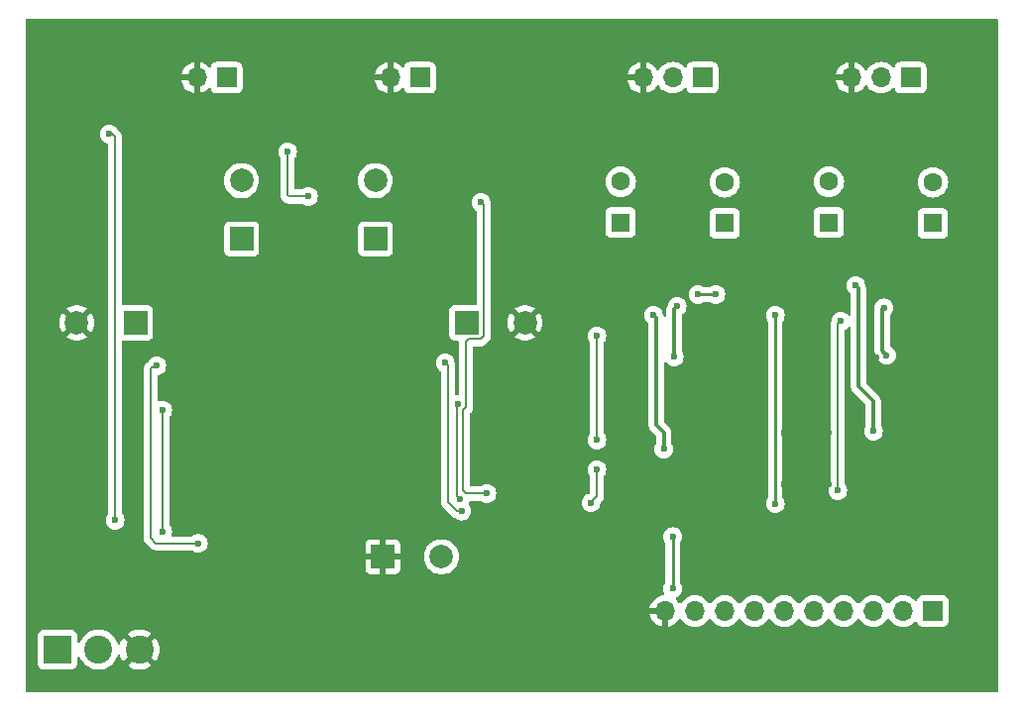
<source format=gbl>
G04 #@! TF.GenerationSoftware,KiCad,Pcbnew,8.0.3*
G04 #@! TF.CreationDate,2024-07-30T18:49:54+02:00*
G04 #@! TF.ProjectId,CODEC Dev Board,434f4445-4320-4446-9576-20426f617264,rev?*
G04 #@! TF.SameCoordinates,Original*
G04 #@! TF.FileFunction,Copper,L2,Bot*
G04 #@! TF.FilePolarity,Positive*
%FSLAX46Y46*%
G04 Gerber Fmt 4.6, Leading zero omitted, Abs format (unit mm)*
G04 Created by KiCad (PCBNEW 8.0.3) date 2024-07-30 18:49:54*
%MOMM*%
%LPD*%
G01*
G04 APERTURE LIST*
G04 #@! TA.AperFunction,ComponentPad*
%ADD10R,1.600000X1.600000*%
G04 #@! TD*
G04 #@! TA.AperFunction,ComponentPad*
%ADD11C,1.600000*%
G04 #@! TD*
G04 #@! TA.AperFunction,ComponentPad*
%ADD12R,1.700000X1.700000*%
G04 #@! TD*
G04 #@! TA.AperFunction,ComponentPad*
%ADD13O,1.700000X1.700000*%
G04 #@! TD*
G04 #@! TA.AperFunction,ComponentPad*
%ADD14R,2.000000X2.000000*%
G04 #@! TD*
G04 #@! TA.AperFunction,ComponentPad*
%ADD15C,2.000000*%
G04 #@! TD*
G04 #@! TA.AperFunction,ComponentPad*
%ADD16R,2.400000X2.400000*%
G04 #@! TD*
G04 #@! TA.AperFunction,ComponentPad*
%ADD17C,2.400000*%
G04 #@! TD*
G04 #@! TA.AperFunction,ViaPad*
%ADD18C,0.800000*%
G04 #@! TD*
G04 #@! TA.AperFunction,ViaPad*
%ADD19C,0.600000*%
G04 #@! TD*
G04 #@! TA.AperFunction,Conductor*
%ADD20C,0.250000*%
G04 #@! TD*
G04 #@! TA.AperFunction,Conductor*
%ADD21C,0.300000*%
G04 #@! TD*
G04 #@! TA.AperFunction,Conductor*
%ADD22C,0.200000*%
G04 #@! TD*
G04 APERTURE END LIST*
D10*
X157480000Y-95067000D03*
D11*
X157480000Y-91567000D03*
D10*
X148590000Y-95124651D03*
D11*
X148590000Y-91624651D03*
D12*
X106045000Y-82677000D03*
D13*
X103505000Y-82677000D03*
D14*
X107315000Y-96474677D03*
D15*
X107315000Y-91474677D03*
D10*
X139700000Y-95067000D03*
D11*
X139700000Y-91567000D03*
D14*
X126537323Y-103632000D03*
D15*
X131537323Y-103632000D03*
D10*
X166370000Y-95124651D03*
D11*
X166370000Y-91624651D03*
D14*
X118745000Y-96474677D03*
D15*
X118745000Y-91474677D03*
D12*
X122560000Y-82677000D03*
D13*
X120020000Y-82677000D03*
D14*
X119399323Y-123639500D03*
D15*
X124399323Y-123639500D03*
D12*
X164465000Y-82677000D03*
D13*
X161925000Y-82677000D03*
X159385000Y-82677000D03*
D16*
X91597000Y-131572000D03*
D17*
X95097000Y-131572000D03*
X98597000Y-131572000D03*
D12*
X166370000Y-128270000D03*
D13*
X163830000Y-128270000D03*
X161290000Y-128270000D03*
X158750000Y-128270000D03*
X156210000Y-128270000D03*
X153670000Y-128270000D03*
X151130000Y-128270000D03*
X148590000Y-128270000D03*
X146050000Y-128270000D03*
X143510000Y-128270000D03*
D12*
X146685000Y-82677000D03*
D13*
X144145000Y-82677000D03*
X141605000Y-82677000D03*
D15*
X93252677Y-103632000D03*
D14*
X98252677Y-103632000D03*
D18*
X104756969Y-112650895D03*
X157861000Y-101727000D03*
D19*
X151257000Y-117475000D03*
X151257000Y-113030000D03*
X157480000Y-117475000D03*
X153670000Y-117475000D03*
X153670000Y-113030000D03*
X157480000Y-113030000D03*
X167640000Y-123190000D03*
X154970000Y-123190000D03*
X144145000Y-121920000D03*
X144145000Y-126365000D03*
X121920000Y-132080000D03*
X124460000Y-132080000D03*
X127000000Y-132080000D03*
X158496000Y-103505000D03*
X158242000Y-117983000D03*
X132842000Y-114427000D03*
X139446000Y-116205000D03*
X161036000Y-89281000D03*
X113432500Y-113008500D03*
X114300000Y-103251000D03*
X135382000Y-114427000D03*
X144018000Y-109601000D03*
X103124000Y-88773000D03*
X117094000Y-84201000D03*
X92710000Y-83185000D03*
X107823000Y-100330000D03*
X132842000Y-125349000D03*
X120015000Y-88392000D03*
X129032000Y-125349000D03*
X145034000Y-89281000D03*
X139954000Y-101473000D03*
X151384000Y-109601000D03*
X161515343Y-106567328D03*
X132842000Y-122047000D03*
X169164000Y-109601000D03*
X130302000Y-114427000D03*
X117094000Y-100584000D03*
X122372500Y-112522000D03*
X162814000Y-89281000D03*
X143256000Y-89281000D03*
X110490000Y-103251000D03*
X109347000Y-82931000D03*
X137922000Y-123317000D03*
X113538000Y-106553000D03*
X100838000Y-84201000D03*
X162179000Y-102362000D03*
X162422000Y-106415000D03*
X152908000Y-119091000D03*
X152908000Y-102997000D03*
X161290000Y-112903000D03*
X159766000Y-100457000D03*
X137668000Y-116205000D03*
X137160000Y-119041000D03*
X137668000Y-113665000D03*
X137668000Y-104775000D03*
X144526000Y-102235000D03*
X144272000Y-106553000D03*
X142494000Y-102997000D03*
X143381491Y-114427000D03*
X128270000Y-118237000D03*
X111252000Y-89027000D03*
X113030000Y-92837000D03*
X127762000Y-93345000D03*
X96520000Y-120523000D03*
X96012000Y-87503000D03*
X125984000Y-118745000D03*
X125814000Y-110617000D03*
X124714000Y-107061000D03*
X126111000Y-119729500D03*
X100584000Y-121539000D03*
X100584000Y-111125000D03*
X103632000Y-122504500D03*
X100076000Y-107315000D03*
X146304000Y-101219000D03*
X147828000Y-101219000D03*
D20*
X152908000Y-119091000D02*
X152908000Y-102997000D01*
D21*
X162052000Y-102489000D02*
X162052000Y-106045000D01*
X162179000Y-102362000D02*
X162052000Y-102489000D01*
X162052000Y-106045000D02*
X162422000Y-106415000D01*
D22*
X124968000Y-107315000D02*
X124714000Y-107061000D01*
X124968000Y-118999000D02*
X124968000Y-107315000D01*
X125698500Y-119729500D02*
X124968000Y-118999000D01*
X126111000Y-119729500D02*
X125698500Y-119729500D01*
D21*
X161290000Y-110363000D02*
X161290000Y-112903000D01*
X160020000Y-109093000D02*
X161290000Y-110363000D01*
X160020000Y-100711000D02*
X160020000Y-109093000D01*
X159766000Y-100457000D02*
X160020000Y-100711000D01*
D22*
X111252000Y-92710000D02*
X111379000Y-92837000D01*
X111252000Y-89027000D02*
X111252000Y-92710000D01*
X111379000Y-92837000D02*
X113030000Y-92837000D01*
X100025500Y-122504500D02*
X103632000Y-122504500D01*
X99568000Y-122047000D02*
X100025500Y-122504500D01*
X99568000Y-107569000D02*
X99568000Y-122047000D01*
X100034000Y-107357000D02*
X99780000Y-107357000D01*
X99780000Y-107357000D02*
X99568000Y-107569000D01*
X100076000Y-107315000D02*
X100034000Y-107357000D01*
D20*
X144145000Y-121920000D02*
X144145000Y-126365000D01*
D22*
X158242000Y-104521000D02*
X158242000Y-103759000D01*
X158242000Y-103759000D02*
X158496000Y-103505000D01*
X158242000Y-117983000D02*
X158242000Y-104521000D01*
X137160000Y-119041000D02*
X137160000Y-118999000D01*
X137668000Y-113411000D02*
X137668000Y-113665000D01*
X137668000Y-104775000D02*
X137668000Y-112649000D01*
X137668000Y-116205000D02*
X137668000Y-118491000D01*
X137160000Y-118999000D02*
X137668000Y-118491000D01*
X137668000Y-112649000D02*
X137668000Y-113411000D01*
D21*
X144272000Y-106553000D02*
X144272000Y-102489000D01*
X144272000Y-102489000D02*
X144526000Y-102235000D01*
X142748000Y-112395000D02*
X142748000Y-103251000D01*
X143381491Y-114427000D02*
X143381491Y-113028491D01*
X142748000Y-103251000D02*
X142494000Y-102997000D01*
X143381491Y-113028491D02*
X142748000Y-112395000D01*
D22*
X126746000Y-105029000D02*
X127762000Y-105029000D01*
X126238000Y-111125000D02*
X126492000Y-110871000D01*
X128016000Y-93599000D02*
X127762000Y-93345000D01*
X128016000Y-104775000D02*
X128016000Y-93599000D01*
X127762000Y-105029000D02*
X128016000Y-104775000D01*
X126492000Y-118237000D02*
X126238000Y-117983000D01*
X126492000Y-105283000D02*
X126746000Y-105029000D01*
X126492000Y-110871000D02*
X126492000Y-105283000D01*
X128270000Y-118237000D02*
X126492000Y-118237000D01*
X126238000Y-117983000D02*
X126238000Y-111125000D01*
X96520000Y-87757000D02*
X96520000Y-120523000D01*
X96012000Y-87503000D02*
X96266000Y-87503000D01*
X96266000Y-87503000D02*
X96520000Y-87757000D01*
X125730000Y-110701000D02*
X125730000Y-118491000D01*
X125814000Y-110617000D02*
X125730000Y-110701000D01*
X125730000Y-118491000D02*
X125984000Y-118745000D01*
X100584000Y-121539000D02*
X100584000Y-111379000D01*
X100584000Y-111379000D02*
X100584000Y-111125000D01*
X103632000Y-122301000D02*
X103632000Y-122504500D01*
D20*
X147828000Y-101219000D02*
X146304000Y-101219000D01*
G04 #@! TA.AperFunction,Conductor*
G36*
X171901039Y-77648685D02*
G01*
X171946794Y-77701489D01*
X171958000Y-77753000D01*
X171958000Y-135131000D01*
X171938315Y-135198039D01*
X171885511Y-135243794D01*
X171834000Y-135255000D01*
X89024000Y-135255000D01*
X88956961Y-135235315D01*
X88911206Y-135182511D01*
X88900000Y-135131000D01*
X88900000Y-130324135D01*
X89896500Y-130324135D01*
X89896500Y-132819870D01*
X89896501Y-132819876D01*
X89902908Y-132879483D01*
X89953202Y-133014328D01*
X89953206Y-133014335D01*
X90039452Y-133129544D01*
X90039455Y-133129547D01*
X90154664Y-133215793D01*
X90154671Y-133215797D01*
X90289517Y-133266091D01*
X90289516Y-133266091D01*
X90296444Y-133266835D01*
X90349127Y-133272500D01*
X92844872Y-133272499D01*
X92904483Y-133266091D01*
X93039331Y-133215796D01*
X93154546Y-133129546D01*
X93240796Y-133014331D01*
X93291091Y-132879483D01*
X93297500Y-132819873D01*
X93297499Y-132296854D01*
X93317183Y-132229818D01*
X93369987Y-132184063D01*
X93439146Y-132174119D01*
X93502702Y-132203144D01*
X93536927Y-132251553D01*
X93560607Y-132311888D01*
X93688041Y-132532612D01*
X93846950Y-132731877D01*
X94033783Y-132905232D01*
X94244366Y-133048805D01*
X94244371Y-133048807D01*
X94244372Y-133048808D01*
X94244373Y-133048809D01*
X94366328Y-133107538D01*
X94473992Y-133159387D01*
X94473993Y-133159387D01*
X94473996Y-133159389D01*
X94717542Y-133234513D01*
X94969565Y-133272500D01*
X95224435Y-133272500D01*
X95476458Y-133234513D01*
X95720004Y-133159389D01*
X95949634Y-133048805D01*
X96160217Y-132905232D01*
X96347050Y-132731877D01*
X96505959Y-132532612D01*
X96633393Y-132311888D01*
X96726508Y-132074637D01*
X96726510Y-132074624D01*
X96727878Y-132070196D01*
X96729008Y-132070544D01*
X96760464Y-132014295D01*
X96822121Y-131981430D01*
X96891759Y-131987117D01*
X96947268Y-132029551D01*
X96965868Y-132070269D01*
X96966600Y-132070044D01*
X96967973Y-132074494D01*
X97061058Y-132311671D01*
X97061057Y-132311671D01*
X97188454Y-132532327D01*
X97188461Y-132532338D01*
X97230452Y-132584991D01*
X97230453Y-132584992D01*
X98032387Y-131783058D01*
X98037889Y-131803591D01*
X98116881Y-131940408D01*
X98228592Y-132052119D01*
X98365409Y-132131111D01*
X98385940Y-132136612D01*
X97583813Y-132938738D01*
X97744616Y-133048371D01*
X97744624Y-133048376D01*
X97974176Y-133158921D01*
X97974174Y-133158921D01*
X98217652Y-133234024D01*
X98217658Y-133234026D01*
X98469595Y-133271999D01*
X98469604Y-133272000D01*
X98724396Y-133272000D01*
X98724404Y-133271999D01*
X98976341Y-133234026D01*
X98976347Y-133234024D01*
X99219824Y-133158921D01*
X99449376Y-133048376D01*
X99449377Y-133048375D01*
X99610185Y-132938738D01*
X98808060Y-132136612D01*
X98828591Y-132131111D01*
X98965408Y-132052119D01*
X99077119Y-131940408D01*
X99156111Y-131803591D01*
X99161612Y-131783059D01*
X99963544Y-132584992D01*
X99963546Y-132584991D01*
X100005544Y-132532330D01*
X100132941Y-132311671D01*
X100226026Y-132074494D01*
X100226031Y-132074477D01*
X100282726Y-131826079D01*
X100301767Y-131572004D01*
X100301767Y-131571995D01*
X100282726Y-131317920D01*
X100226031Y-131069522D01*
X100226026Y-131069505D01*
X100132941Y-130832328D01*
X100132942Y-130832328D01*
X100005545Y-130611672D01*
X99963545Y-130559006D01*
X99161612Y-131360939D01*
X99156111Y-131340409D01*
X99077119Y-131203592D01*
X98965408Y-131091881D01*
X98828591Y-131012889D01*
X98808059Y-131007387D01*
X99610185Y-130205260D01*
X99449384Y-130095628D01*
X99449376Y-130095623D01*
X99219823Y-129985078D01*
X99219825Y-129985078D01*
X98976347Y-129909975D01*
X98976341Y-129909973D01*
X98724404Y-129872000D01*
X98469595Y-129872000D01*
X98217658Y-129909973D01*
X98217652Y-129909975D01*
X97974175Y-129985078D01*
X97744622Y-130095625D01*
X97744609Y-130095632D01*
X97583813Y-130205259D01*
X98385941Y-131007387D01*
X98365409Y-131012889D01*
X98228592Y-131091881D01*
X98116881Y-131203592D01*
X98037889Y-131340409D01*
X98032387Y-131360940D01*
X97230452Y-130559006D01*
X97188457Y-130611667D01*
X97061058Y-130832328D01*
X96967973Y-131069505D01*
X96966600Y-131073956D01*
X96965432Y-131073595D01*
X96934026Y-131129726D01*
X96872360Y-131162575D01*
X96802724Y-131156871D01*
X96747226Y-131114423D01*
X96728581Y-131073587D01*
X96727878Y-131073804D01*
X96726509Y-131069371D01*
X96726508Y-131069363D01*
X96633393Y-130832112D01*
X96505959Y-130611388D01*
X96347050Y-130412123D01*
X96160217Y-130238768D01*
X95949634Y-130095195D01*
X95949630Y-130095193D01*
X95949627Y-130095191D01*
X95949626Y-130095190D01*
X95720006Y-129984612D01*
X95720008Y-129984612D01*
X95476466Y-129909489D01*
X95476462Y-129909488D01*
X95476458Y-129909487D01*
X95355231Y-129891214D01*
X95224440Y-129871500D01*
X95224435Y-129871500D01*
X94969565Y-129871500D01*
X94969559Y-129871500D01*
X94812609Y-129895157D01*
X94717542Y-129909487D01*
X94717539Y-129909488D01*
X94717533Y-129909489D01*
X94473992Y-129984612D01*
X94244373Y-130095190D01*
X94244372Y-130095191D01*
X94033782Y-130238768D01*
X93846952Y-130412121D01*
X93846950Y-130412123D01*
X93688041Y-130611388D01*
X93560608Y-130832109D01*
X93536927Y-130892447D01*
X93494110Y-130947661D01*
X93428240Y-130970961D01*
X93360230Y-130954950D01*
X93311672Y-130904711D01*
X93297499Y-130847144D01*
X93297499Y-130324129D01*
X93297498Y-130324123D01*
X93297497Y-130324116D01*
X93291091Y-130264517D01*
X93281487Y-130238768D01*
X93240797Y-130129671D01*
X93240793Y-130129664D01*
X93154547Y-130014455D01*
X93154544Y-130014452D01*
X93039335Y-129928206D01*
X93039328Y-129928202D01*
X92904482Y-129877908D01*
X92904483Y-129877908D01*
X92844883Y-129871501D01*
X92844881Y-129871500D01*
X92844873Y-129871500D01*
X92844864Y-129871500D01*
X90349129Y-129871500D01*
X90349123Y-129871501D01*
X90289516Y-129877908D01*
X90154671Y-129928202D01*
X90154664Y-129928206D01*
X90039455Y-130014452D01*
X90039452Y-130014455D01*
X89953206Y-130129664D01*
X89953202Y-130129671D01*
X89902908Y-130264517D01*
X89896501Y-130324116D01*
X89896501Y-130324123D01*
X89896500Y-130324135D01*
X88900000Y-130324135D01*
X88900000Y-128019999D01*
X142179364Y-128019999D01*
X142179364Y-128020000D01*
X143076988Y-128020000D01*
X143044075Y-128077007D01*
X143010000Y-128204174D01*
X143010000Y-128335826D01*
X143044075Y-128462993D01*
X143076988Y-128520000D01*
X142179364Y-128520000D01*
X142236567Y-128733486D01*
X142236570Y-128733492D01*
X142336399Y-128947578D01*
X142471894Y-129141082D01*
X142638917Y-129308105D01*
X142832421Y-129443600D01*
X143046507Y-129543429D01*
X143046516Y-129543433D01*
X143260000Y-129600634D01*
X143260000Y-128703012D01*
X143317007Y-128735925D01*
X143444174Y-128770000D01*
X143575826Y-128770000D01*
X143702993Y-128735925D01*
X143760000Y-128703012D01*
X143760000Y-129600633D01*
X143973483Y-129543433D01*
X143973492Y-129543429D01*
X144187578Y-129443600D01*
X144381082Y-129308105D01*
X144548105Y-129141082D01*
X144678119Y-128955405D01*
X144732696Y-128911781D01*
X144802195Y-128904588D01*
X144864549Y-128936110D01*
X144881269Y-128955405D01*
X145011505Y-129141401D01*
X145178599Y-129308495D01*
X145275384Y-129376265D01*
X145372165Y-129444032D01*
X145372167Y-129444033D01*
X145372170Y-129444035D01*
X145586337Y-129543903D01*
X145814592Y-129605063D01*
X145991034Y-129620500D01*
X146049999Y-129625659D01*
X146050000Y-129625659D01*
X146050001Y-129625659D01*
X146108966Y-129620500D01*
X146285408Y-129605063D01*
X146513663Y-129543903D01*
X146727830Y-129444035D01*
X146921401Y-129308495D01*
X147088495Y-129141401D01*
X147218425Y-128955842D01*
X147273002Y-128912217D01*
X147342500Y-128905023D01*
X147404855Y-128936546D01*
X147421575Y-128955842D01*
X147551281Y-129141082D01*
X147551505Y-129141401D01*
X147718599Y-129308495D01*
X147815384Y-129376265D01*
X147912165Y-129444032D01*
X147912167Y-129444033D01*
X147912170Y-129444035D01*
X148126337Y-129543903D01*
X148354592Y-129605063D01*
X148531034Y-129620500D01*
X148589999Y-129625659D01*
X148590000Y-129625659D01*
X148590001Y-129625659D01*
X148648966Y-129620500D01*
X148825408Y-129605063D01*
X149053663Y-129543903D01*
X149267830Y-129444035D01*
X149461401Y-129308495D01*
X149628495Y-129141401D01*
X149758425Y-128955842D01*
X149813002Y-128912217D01*
X149882500Y-128905023D01*
X149944855Y-128936546D01*
X149961575Y-128955842D01*
X150091281Y-129141082D01*
X150091505Y-129141401D01*
X150258599Y-129308495D01*
X150355384Y-129376265D01*
X150452165Y-129444032D01*
X150452167Y-129444033D01*
X150452170Y-129444035D01*
X150666337Y-129543903D01*
X150894592Y-129605063D01*
X151071034Y-129620500D01*
X151129999Y-129625659D01*
X151130000Y-129625659D01*
X151130001Y-129625659D01*
X151188966Y-129620500D01*
X151365408Y-129605063D01*
X151593663Y-129543903D01*
X151807830Y-129444035D01*
X152001401Y-129308495D01*
X152168495Y-129141401D01*
X152298425Y-128955842D01*
X152353002Y-128912217D01*
X152422500Y-128905023D01*
X152484855Y-128936546D01*
X152501575Y-128955842D01*
X152631281Y-129141082D01*
X152631505Y-129141401D01*
X152798599Y-129308495D01*
X152895384Y-129376265D01*
X152992165Y-129444032D01*
X152992167Y-129444033D01*
X152992170Y-129444035D01*
X153206337Y-129543903D01*
X153434592Y-129605063D01*
X153611034Y-129620500D01*
X153669999Y-129625659D01*
X153670000Y-129625659D01*
X153670001Y-129625659D01*
X153728966Y-129620500D01*
X153905408Y-129605063D01*
X154133663Y-129543903D01*
X154347830Y-129444035D01*
X154541401Y-129308495D01*
X154708495Y-129141401D01*
X154838425Y-128955842D01*
X154893002Y-128912217D01*
X154962500Y-128905023D01*
X155024855Y-128936546D01*
X155041575Y-128955842D01*
X155171281Y-129141082D01*
X155171505Y-129141401D01*
X155338599Y-129308495D01*
X155435384Y-129376265D01*
X155532165Y-129444032D01*
X155532167Y-129444033D01*
X155532170Y-129444035D01*
X155746337Y-129543903D01*
X155974592Y-129605063D01*
X156151034Y-129620500D01*
X156209999Y-129625659D01*
X156210000Y-129625659D01*
X156210001Y-129625659D01*
X156268966Y-129620500D01*
X156445408Y-129605063D01*
X156673663Y-129543903D01*
X156887830Y-129444035D01*
X157081401Y-129308495D01*
X157248495Y-129141401D01*
X157378425Y-128955842D01*
X157433002Y-128912217D01*
X157502500Y-128905023D01*
X157564855Y-128936546D01*
X157581575Y-128955842D01*
X157711281Y-129141082D01*
X157711505Y-129141401D01*
X157878599Y-129308495D01*
X157975384Y-129376265D01*
X158072165Y-129444032D01*
X158072167Y-129444033D01*
X158072170Y-129444035D01*
X158286337Y-129543903D01*
X158514592Y-129605063D01*
X158691034Y-129620500D01*
X158749999Y-129625659D01*
X158750000Y-129625659D01*
X158750001Y-129625659D01*
X158808966Y-129620500D01*
X158985408Y-129605063D01*
X159213663Y-129543903D01*
X159427830Y-129444035D01*
X159621401Y-129308495D01*
X159788495Y-129141401D01*
X159918425Y-128955842D01*
X159973002Y-128912217D01*
X160042500Y-128905023D01*
X160104855Y-128936546D01*
X160121575Y-128955842D01*
X160251281Y-129141082D01*
X160251505Y-129141401D01*
X160418599Y-129308495D01*
X160515384Y-129376265D01*
X160612165Y-129444032D01*
X160612167Y-129444033D01*
X160612170Y-129444035D01*
X160826337Y-129543903D01*
X161054592Y-129605063D01*
X161231034Y-129620500D01*
X161289999Y-129625659D01*
X161290000Y-129625659D01*
X161290001Y-129625659D01*
X161348966Y-129620500D01*
X161525408Y-129605063D01*
X161753663Y-129543903D01*
X161967830Y-129444035D01*
X162161401Y-129308495D01*
X162328495Y-129141401D01*
X162458425Y-128955842D01*
X162513002Y-128912217D01*
X162582500Y-128905023D01*
X162644855Y-128936546D01*
X162661575Y-128955842D01*
X162791281Y-129141082D01*
X162791505Y-129141401D01*
X162958599Y-129308495D01*
X163055384Y-129376265D01*
X163152165Y-129444032D01*
X163152167Y-129444033D01*
X163152170Y-129444035D01*
X163366337Y-129543903D01*
X163594592Y-129605063D01*
X163771034Y-129620500D01*
X163829999Y-129625659D01*
X163830000Y-129625659D01*
X163830001Y-129625659D01*
X163888966Y-129620500D01*
X164065408Y-129605063D01*
X164293663Y-129543903D01*
X164507830Y-129444035D01*
X164701401Y-129308495D01*
X164823329Y-129186566D01*
X164884648Y-129153084D01*
X164954340Y-129158068D01*
X165010274Y-129199939D01*
X165027189Y-129230917D01*
X165076202Y-129362328D01*
X165076206Y-129362335D01*
X165162452Y-129477544D01*
X165162455Y-129477547D01*
X165277664Y-129563793D01*
X165277671Y-129563797D01*
X165412517Y-129614091D01*
X165412516Y-129614091D01*
X165419444Y-129614835D01*
X165472127Y-129620500D01*
X167267872Y-129620499D01*
X167327483Y-129614091D01*
X167462331Y-129563796D01*
X167577546Y-129477546D01*
X167663796Y-129362331D01*
X167714091Y-129227483D01*
X167720500Y-129167873D01*
X167720499Y-127372128D01*
X167714091Y-127312517D01*
X167712810Y-127309083D01*
X167663797Y-127177671D01*
X167663793Y-127177664D01*
X167577547Y-127062455D01*
X167577544Y-127062452D01*
X167462335Y-126976206D01*
X167462328Y-126976202D01*
X167327482Y-126925908D01*
X167327483Y-126925908D01*
X167267883Y-126919501D01*
X167267881Y-126919500D01*
X167267873Y-126919500D01*
X167267864Y-126919500D01*
X165472129Y-126919500D01*
X165472123Y-126919501D01*
X165412516Y-126925908D01*
X165277671Y-126976202D01*
X165277664Y-126976206D01*
X165162455Y-127062452D01*
X165162452Y-127062455D01*
X165076206Y-127177664D01*
X165076203Y-127177669D01*
X165027189Y-127309083D01*
X164985317Y-127365016D01*
X164919853Y-127389433D01*
X164851580Y-127374581D01*
X164823326Y-127353430D01*
X164701402Y-127231506D01*
X164701395Y-127231501D01*
X164507834Y-127095967D01*
X164507830Y-127095965D01*
X164496730Y-127090789D01*
X164293663Y-126996097D01*
X164293659Y-126996096D01*
X164293655Y-126996094D01*
X164065413Y-126934938D01*
X164065403Y-126934936D01*
X163830001Y-126914341D01*
X163829999Y-126914341D01*
X163594596Y-126934936D01*
X163594586Y-126934938D01*
X163366344Y-126996094D01*
X163366335Y-126996098D01*
X163152171Y-127095964D01*
X163152169Y-127095965D01*
X162958597Y-127231505D01*
X162791505Y-127398597D01*
X162661575Y-127584158D01*
X162606998Y-127627783D01*
X162537500Y-127634977D01*
X162475145Y-127603454D01*
X162458425Y-127584158D01*
X162328494Y-127398597D01*
X162161402Y-127231506D01*
X162161395Y-127231501D01*
X161967834Y-127095967D01*
X161967830Y-127095965D01*
X161956730Y-127090789D01*
X161753663Y-126996097D01*
X161753659Y-126996096D01*
X161753655Y-126996094D01*
X161525413Y-126934938D01*
X161525403Y-126934936D01*
X161290001Y-126914341D01*
X161289999Y-126914341D01*
X161054596Y-126934936D01*
X161054586Y-126934938D01*
X160826344Y-126996094D01*
X160826335Y-126996098D01*
X160612171Y-127095964D01*
X160612169Y-127095965D01*
X160418597Y-127231505D01*
X160251505Y-127398597D01*
X160121575Y-127584158D01*
X160066998Y-127627783D01*
X159997500Y-127634977D01*
X159935145Y-127603454D01*
X159918425Y-127584158D01*
X159788494Y-127398597D01*
X159621402Y-127231506D01*
X159621395Y-127231501D01*
X159427834Y-127095967D01*
X159427830Y-127095965D01*
X159416730Y-127090789D01*
X159213663Y-126996097D01*
X159213659Y-126996096D01*
X159213655Y-126996094D01*
X158985413Y-126934938D01*
X158985403Y-126934936D01*
X158750001Y-126914341D01*
X158749999Y-126914341D01*
X158514596Y-126934936D01*
X158514586Y-126934938D01*
X158286344Y-126996094D01*
X158286335Y-126996098D01*
X158072171Y-127095964D01*
X158072169Y-127095965D01*
X157878597Y-127231505D01*
X157711505Y-127398597D01*
X157581575Y-127584158D01*
X157526998Y-127627783D01*
X157457500Y-127634977D01*
X157395145Y-127603454D01*
X157378425Y-127584158D01*
X157248494Y-127398597D01*
X157081402Y-127231506D01*
X157081395Y-127231501D01*
X156887834Y-127095967D01*
X156887830Y-127095965D01*
X156876730Y-127090789D01*
X156673663Y-126996097D01*
X156673659Y-126996096D01*
X156673655Y-126996094D01*
X156445413Y-126934938D01*
X156445403Y-126934936D01*
X156210001Y-126914341D01*
X156209999Y-126914341D01*
X155974596Y-126934936D01*
X155974586Y-126934938D01*
X155746344Y-126996094D01*
X155746335Y-126996098D01*
X155532171Y-127095964D01*
X155532169Y-127095965D01*
X155338597Y-127231505D01*
X155171505Y-127398597D01*
X155041575Y-127584158D01*
X154986998Y-127627783D01*
X154917500Y-127634977D01*
X154855145Y-127603454D01*
X154838425Y-127584158D01*
X154708494Y-127398597D01*
X154541402Y-127231506D01*
X154541395Y-127231501D01*
X154347834Y-127095967D01*
X154347830Y-127095965D01*
X154336730Y-127090789D01*
X154133663Y-126996097D01*
X154133659Y-126996096D01*
X154133655Y-126996094D01*
X153905413Y-126934938D01*
X153905403Y-126934936D01*
X153670001Y-126914341D01*
X153669999Y-126914341D01*
X153434596Y-126934936D01*
X153434586Y-126934938D01*
X153206344Y-126996094D01*
X153206335Y-126996098D01*
X152992171Y-127095964D01*
X152992169Y-127095965D01*
X152798597Y-127231505D01*
X152631505Y-127398597D01*
X152501575Y-127584158D01*
X152446998Y-127627783D01*
X152377500Y-127634977D01*
X152315145Y-127603454D01*
X152298425Y-127584158D01*
X152168494Y-127398597D01*
X152001402Y-127231506D01*
X152001395Y-127231501D01*
X151807834Y-127095967D01*
X151807830Y-127095965D01*
X151796730Y-127090789D01*
X151593663Y-126996097D01*
X151593659Y-126996096D01*
X151593655Y-126996094D01*
X151365413Y-126934938D01*
X151365403Y-126934936D01*
X151130001Y-126914341D01*
X151129999Y-126914341D01*
X150894596Y-126934936D01*
X150894586Y-126934938D01*
X150666344Y-126996094D01*
X150666335Y-126996098D01*
X150452171Y-127095964D01*
X150452169Y-127095965D01*
X150258597Y-127231505D01*
X150091505Y-127398597D01*
X149961575Y-127584158D01*
X149906998Y-127627783D01*
X149837500Y-127634977D01*
X149775145Y-127603454D01*
X149758425Y-127584158D01*
X149628494Y-127398597D01*
X149461402Y-127231506D01*
X149461395Y-127231501D01*
X149267834Y-127095967D01*
X149267830Y-127095965D01*
X149256730Y-127090789D01*
X149053663Y-126996097D01*
X149053659Y-126996096D01*
X149053655Y-126996094D01*
X148825413Y-126934938D01*
X148825403Y-126934936D01*
X148590001Y-126914341D01*
X148589999Y-126914341D01*
X148354596Y-126934936D01*
X148354586Y-126934938D01*
X148126344Y-126996094D01*
X148126335Y-126996098D01*
X147912171Y-127095964D01*
X147912169Y-127095965D01*
X147718597Y-127231505D01*
X147551505Y-127398597D01*
X147421575Y-127584158D01*
X147366998Y-127627783D01*
X147297500Y-127634977D01*
X147235145Y-127603454D01*
X147218425Y-127584158D01*
X147088494Y-127398597D01*
X146921402Y-127231506D01*
X146921395Y-127231501D01*
X146727834Y-127095967D01*
X146727830Y-127095965D01*
X146716730Y-127090789D01*
X146513663Y-126996097D01*
X146513659Y-126996096D01*
X146513655Y-126996094D01*
X146285413Y-126934938D01*
X146285403Y-126934936D01*
X146050001Y-126914341D01*
X146049999Y-126914341D01*
X145814596Y-126934936D01*
X145814586Y-126934938D01*
X145586344Y-126996094D01*
X145586335Y-126996098D01*
X145372171Y-127095964D01*
X145372169Y-127095965D01*
X145178597Y-127231505D01*
X145011508Y-127398594D01*
X144881269Y-127584595D01*
X144826692Y-127628219D01*
X144757193Y-127635412D01*
X144694839Y-127603890D01*
X144678119Y-127584594D01*
X144548113Y-127398926D01*
X144548108Y-127398920D01*
X144445502Y-127296314D01*
X144412017Y-127234991D01*
X144417001Y-127165299D01*
X144458873Y-127109366D01*
X144492237Y-127091589D01*
X144494520Y-127090790D01*
X144494522Y-127090789D01*
X144647262Y-126994816D01*
X144774816Y-126867262D01*
X144870789Y-126714522D01*
X144930368Y-126544255D01*
X144950565Y-126365000D01*
X144930368Y-126185745D01*
X144870789Y-126015478D01*
X144789505Y-125886116D01*
X144770500Y-125820145D01*
X144770500Y-122464854D01*
X144789507Y-122398881D01*
X144790430Y-122397413D01*
X144862753Y-122282312D01*
X144870788Y-122269524D01*
X144870789Y-122269522D01*
X144930368Y-122099255D01*
X144941299Y-122002238D01*
X144950565Y-121920003D01*
X144950565Y-121919996D01*
X144930369Y-121740750D01*
X144930368Y-121740745D01*
X144920719Y-121713170D01*
X144870789Y-121570478D01*
X144774816Y-121417738D01*
X144647262Y-121290184D01*
X144494523Y-121194211D01*
X144324254Y-121134631D01*
X144324249Y-121134630D01*
X144145004Y-121114435D01*
X144144996Y-121114435D01*
X143965750Y-121134630D01*
X143965745Y-121134631D01*
X143795476Y-121194211D01*
X143642737Y-121290184D01*
X143515184Y-121417737D01*
X143419211Y-121570476D01*
X143359631Y-121740745D01*
X143359630Y-121740750D01*
X143339435Y-121919996D01*
X143339435Y-121920003D01*
X143359630Y-122099249D01*
X143359631Y-122099254D01*
X143419211Y-122269524D01*
X143454224Y-122325245D01*
X143499570Y-122397413D01*
X143500493Y-122398881D01*
X143519500Y-122464854D01*
X143519500Y-125820145D01*
X143500494Y-125886117D01*
X143419211Y-126015476D01*
X143359631Y-126185745D01*
X143359630Y-126185750D01*
X143339435Y-126364996D01*
X143339435Y-126365003D01*
X143359630Y-126544249D01*
X143359631Y-126544254D01*
X143419212Y-126714525D01*
X143435294Y-126740120D01*
X143454294Y-126807357D01*
X143433926Y-126874192D01*
X143380657Y-126919405D01*
X143341108Y-126929619D01*
X143274683Y-126935430D01*
X143274673Y-126935432D01*
X143046516Y-126996566D01*
X143046507Y-126996570D01*
X142832422Y-127096399D01*
X142832420Y-127096400D01*
X142638926Y-127231886D01*
X142638920Y-127231891D01*
X142471891Y-127398920D01*
X142471886Y-127398926D01*
X142336400Y-127592420D01*
X142336399Y-127592422D01*
X142236570Y-127806507D01*
X142236567Y-127806513D01*
X142179364Y-128019999D01*
X88900000Y-128019999D01*
X88900000Y-122126054D01*
X98967498Y-122126054D01*
X99003570Y-122260672D01*
X99008423Y-122278785D01*
X99034741Y-122324368D01*
X99087480Y-122415716D01*
X99199284Y-122527520D01*
X99199285Y-122527521D01*
X99656784Y-122985020D01*
X99656786Y-122985021D01*
X99656790Y-122985024D01*
X99793709Y-123064073D01*
X99793716Y-123064077D01*
X99946443Y-123105001D01*
X99946445Y-123105001D01*
X100112154Y-123105001D01*
X100112170Y-123105000D01*
X103049588Y-123105000D01*
X103116627Y-123124685D01*
X103126903Y-123132055D01*
X103129736Y-123134314D01*
X103129738Y-123134316D01*
X103282478Y-123230289D01*
X103308519Y-123239401D01*
X103452745Y-123289868D01*
X103452750Y-123289869D01*
X103631996Y-123310065D01*
X103632000Y-123310065D01*
X103632004Y-123310065D01*
X103811249Y-123289869D01*
X103811252Y-123289868D01*
X103811255Y-123289868D01*
X103981522Y-123230289D01*
X104134262Y-123134316D01*
X104261816Y-123006762D01*
X104357789Y-122854022D01*
X104417368Y-122683755D01*
X104427745Y-122591655D01*
X117899323Y-122591655D01*
X117899323Y-123389500D01*
X118966311Y-123389500D01*
X118933398Y-123446507D01*
X118899323Y-123573674D01*
X118899323Y-123705326D01*
X118933398Y-123832493D01*
X118966311Y-123889500D01*
X117899323Y-123889500D01*
X117899323Y-124687344D01*
X117905724Y-124746872D01*
X117905726Y-124746879D01*
X117955968Y-124881586D01*
X117955972Y-124881593D01*
X118042132Y-124996687D01*
X118042135Y-124996690D01*
X118157229Y-125082850D01*
X118157236Y-125082854D01*
X118291943Y-125133096D01*
X118291950Y-125133098D01*
X118351478Y-125139499D01*
X118351495Y-125139500D01*
X119149323Y-125139500D01*
X119149323Y-124072512D01*
X119206330Y-124105425D01*
X119333497Y-124139500D01*
X119465149Y-124139500D01*
X119592316Y-124105425D01*
X119649323Y-124072512D01*
X119649323Y-125139500D01*
X120447151Y-125139500D01*
X120447167Y-125139499D01*
X120506695Y-125133098D01*
X120506702Y-125133096D01*
X120641409Y-125082854D01*
X120641416Y-125082850D01*
X120756510Y-124996690D01*
X120756513Y-124996687D01*
X120842673Y-124881593D01*
X120842677Y-124881586D01*
X120892919Y-124746879D01*
X120892921Y-124746872D01*
X120899322Y-124687344D01*
X120899323Y-124687327D01*
X120899323Y-123889500D01*
X119832335Y-123889500D01*
X119865248Y-123832493D01*
X119899323Y-123705326D01*
X119899323Y-123639494D01*
X122893680Y-123639494D01*
X122893680Y-123639505D01*
X122914213Y-123887312D01*
X122914215Y-123887324D01*
X122975259Y-124128381D01*
X123075149Y-124356106D01*
X123211156Y-124564282D01*
X123211159Y-124564285D01*
X123379579Y-124747238D01*
X123575814Y-124899974D01*
X123794513Y-125018328D01*
X124029709Y-125099071D01*
X124274988Y-125140000D01*
X124523658Y-125140000D01*
X124768937Y-125099071D01*
X125004133Y-125018328D01*
X125222832Y-124899974D01*
X125419067Y-124747238D01*
X125587487Y-124564285D01*
X125723496Y-124356107D01*
X125823386Y-124128381D01*
X125884431Y-123887321D01*
X125904966Y-123639500D01*
X125888974Y-123446507D01*
X125884432Y-123391687D01*
X125884430Y-123391675D01*
X125823386Y-123150618D01*
X125723496Y-122922893D01*
X125587489Y-122714717D01*
X125558981Y-122683749D01*
X125419067Y-122531762D01*
X125222832Y-122379026D01*
X125222830Y-122379025D01*
X125222829Y-122379024D01*
X125004134Y-122260672D01*
X125004125Y-122260669D01*
X124768939Y-122179929D01*
X124523658Y-122139000D01*
X124274988Y-122139000D01*
X124029706Y-122179929D01*
X123794520Y-122260669D01*
X123794511Y-122260672D01*
X123575816Y-122379024D01*
X123528673Y-122415717D01*
X123379579Y-122531762D01*
X123379243Y-122532127D01*
X123211156Y-122714717D01*
X123075149Y-122922893D01*
X122975259Y-123150618D01*
X122914215Y-123391675D01*
X122914213Y-123391687D01*
X122893680Y-123639494D01*
X119899323Y-123639494D01*
X119899323Y-123573674D01*
X119865248Y-123446507D01*
X119832335Y-123389500D01*
X120899323Y-123389500D01*
X120899323Y-122591672D01*
X120899322Y-122591655D01*
X120892921Y-122532127D01*
X120892919Y-122532120D01*
X120842677Y-122397413D01*
X120842673Y-122397406D01*
X120756513Y-122282312D01*
X120756510Y-122282309D01*
X120641416Y-122196149D01*
X120641409Y-122196145D01*
X120506702Y-122145903D01*
X120506695Y-122145901D01*
X120447167Y-122139500D01*
X119649323Y-122139500D01*
X119649323Y-123206488D01*
X119592316Y-123173575D01*
X119465149Y-123139500D01*
X119333497Y-123139500D01*
X119206330Y-123173575D01*
X119149323Y-123206488D01*
X119149323Y-122139500D01*
X118351478Y-122139500D01*
X118291950Y-122145901D01*
X118291943Y-122145903D01*
X118157236Y-122196145D01*
X118157229Y-122196149D01*
X118042135Y-122282309D01*
X118042132Y-122282312D01*
X117955972Y-122397406D01*
X117955968Y-122397413D01*
X117905726Y-122532120D01*
X117905724Y-122532127D01*
X117899323Y-122591655D01*
X104427745Y-122591655D01*
X104437565Y-122504503D01*
X104437565Y-122504496D01*
X104417369Y-122325250D01*
X104417368Y-122325245D01*
X104372194Y-122196145D01*
X104357789Y-122154978D01*
X104347749Y-122139000D01*
X104261815Y-122002237D01*
X104134262Y-121874684D01*
X103981521Y-121778710D01*
X103811249Y-121719130D01*
X103767577Y-121714210D01*
X103749369Y-121710765D01*
X103711058Y-121700500D01*
X103711057Y-121700500D01*
X103652851Y-121700500D01*
X103638969Y-121699720D01*
X103632000Y-121698935D01*
X103625030Y-121699720D01*
X103611149Y-121700500D01*
X103552939Y-121700500D01*
X103514630Y-121710765D01*
X103496423Y-121714210D01*
X103452750Y-121719130D01*
X103282478Y-121778710D01*
X103129736Y-121874685D01*
X103126903Y-121876945D01*
X103124724Y-121877834D01*
X103123842Y-121878389D01*
X103123744Y-121878234D01*
X103062217Y-121903355D01*
X103049588Y-121904000D01*
X101479135Y-121904000D01*
X101412096Y-121884315D01*
X101366341Y-121831511D01*
X101356397Y-121762353D01*
X101362094Y-121739044D01*
X101369367Y-121718259D01*
X101369369Y-121718249D01*
X101389565Y-121539003D01*
X101389565Y-121538996D01*
X101369369Y-121359750D01*
X101369368Y-121359745D01*
X101351390Y-121308368D01*
X101309789Y-121189478D01*
X101213816Y-121036738D01*
X101213814Y-121036736D01*
X101213813Y-121036734D01*
X101211550Y-121033896D01*
X101210659Y-121031715D01*
X101210111Y-121030842D01*
X101210264Y-121030745D01*
X101185144Y-120969209D01*
X101184500Y-120956587D01*
X101184500Y-111707412D01*
X101204185Y-111640373D01*
X101211555Y-111630097D01*
X101213810Y-111627267D01*
X101213816Y-111627262D01*
X101309789Y-111474522D01*
X101369368Y-111304255D01*
X101376640Y-111239716D01*
X101389565Y-111125003D01*
X101389565Y-111124996D01*
X101369369Y-110945750D01*
X101369368Y-110945745D01*
X101309788Y-110775476D01*
X101213815Y-110622737D01*
X101086262Y-110495184D01*
X100933523Y-110399211D01*
X100763254Y-110339631D01*
X100763249Y-110339630D01*
X100584004Y-110319435D01*
X100583996Y-110319435D01*
X100404750Y-110339630D01*
X100404742Y-110339632D01*
X100333454Y-110364577D01*
X100263675Y-110368138D01*
X100203048Y-110333409D01*
X100170821Y-110271415D01*
X100168500Y-110247535D01*
X100168500Y-108218707D01*
X100188185Y-108151668D01*
X100240989Y-108105913D01*
X100251546Y-108101665D01*
X100255251Y-108100368D01*
X100255255Y-108100368D01*
X100425522Y-108040789D01*
X100578262Y-107944816D01*
X100705816Y-107817262D01*
X100801789Y-107664522D01*
X100861368Y-107494255D01*
X100861854Y-107489943D01*
X100881565Y-107315003D01*
X100881565Y-107314996D01*
X100861369Y-107135750D01*
X100861368Y-107135745D01*
X100844829Y-107088480D01*
X100835212Y-107060996D01*
X123908435Y-107060996D01*
X123908435Y-107061003D01*
X123928630Y-107240249D01*
X123928631Y-107240254D01*
X123988211Y-107410523D01*
X124038116Y-107489945D01*
X124084184Y-107563262D01*
X124211738Y-107690816D01*
X124309472Y-107752226D01*
X124355763Y-107804561D01*
X124367500Y-107857220D01*
X124367500Y-118912330D01*
X124367499Y-118912348D01*
X124367499Y-119078054D01*
X124367498Y-119078054D01*
X124367499Y-119078057D01*
X124407472Y-119227237D01*
X124408424Y-119230787D01*
X124417935Y-119247260D01*
X124417936Y-119247262D01*
X124487477Y-119367712D01*
X124487481Y-119367717D01*
X124606349Y-119486585D01*
X124606355Y-119486590D01*
X125213639Y-120093874D01*
X125213649Y-120093885D01*
X125217979Y-120098215D01*
X125217980Y-120098216D01*
X125329784Y-120210020D01*
X125416595Y-120260139D01*
X125416597Y-120260141D01*
X125466713Y-120289076D01*
X125466715Y-120289077D01*
X125532681Y-120306752D01*
X125588268Y-120338846D01*
X125608738Y-120359316D01*
X125761478Y-120455289D01*
X125931745Y-120514868D01*
X125931750Y-120514869D01*
X126110996Y-120535065D01*
X126111000Y-120535065D01*
X126111004Y-120535065D01*
X126290249Y-120514869D01*
X126290252Y-120514868D01*
X126290255Y-120514868D01*
X126460522Y-120455289D01*
X126613262Y-120359316D01*
X126740816Y-120231762D01*
X126836789Y-120079022D01*
X126896368Y-119908755D01*
X126896369Y-119908749D01*
X126916565Y-119729503D01*
X126916565Y-119729496D01*
X126896369Y-119550250D01*
X126896368Y-119550245D01*
X126874092Y-119486585D01*
X126836789Y-119379978D01*
X126740816Y-119227238D01*
X126738523Y-119224945D01*
X126737515Y-119223099D01*
X126736475Y-119221795D01*
X126736703Y-119221612D01*
X126705038Y-119163622D01*
X126709163Y-119096309D01*
X126709787Y-119094524D01*
X126709789Y-119094522D01*
X126769368Y-118924255D01*
X126769368Y-118924254D01*
X126770666Y-118920545D01*
X126811387Y-118863769D01*
X126876340Y-118838022D01*
X126887707Y-118837500D01*
X127687588Y-118837500D01*
X127754627Y-118857185D01*
X127764903Y-118864555D01*
X127767736Y-118866814D01*
X127767738Y-118866816D01*
X127920478Y-118962789D01*
X128061687Y-119012200D01*
X128090745Y-119022368D01*
X128090750Y-119022369D01*
X128269996Y-119042565D01*
X128270000Y-119042565D01*
X128270004Y-119042565D01*
X128283929Y-119040996D01*
X136354435Y-119040996D01*
X136354435Y-119041003D01*
X136374630Y-119220249D01*
X136374631Y-119220254D01*
X136434211Y-119390523D01*
X136530184Y-119543262D01*
X136657738Y-119670816D01*
X136810478Y-119766789D01*
X136953367Y-119816788D01*
X136980745Y-119826368D01*
X136980750Y-119826369D01*
X137159996Y-119846565D01*
X137160000Y-119846565D01*
X137160004Y-119846565D01*
X137339249Y-119826369D01*
X137339252Y-119826368D01*
X137339255Y-119826368D01*
X137509522Y-119766789D01*
X137662262Y-119670816D01*
X137789816Y-119543262D01*
X137885789Y-119390522D01*
X137945368Y-119220255D01*
X137960494Y-119085998D01*
X137987560Y-119021585D01*
X137996023Y-119012210D01*
X138026506Y-118981728D01*
X138026511Y-118981724D01*
X138036714Y-118971520D01*
X138036716Y-118971520D01*
X138148520Y-118859716D01*
X138227577Y-118722784D01*
X138261630Y-118595696D01*
X138268500Y-118570058D01*
X138268500Y-118411943D01*
X138268500Y-116787412D01*
X138288185Y-116720373D01*
X138295555Y-116710097D01*
X138297810Y-116707267D01*
X138297816Y-116707262D01*
X138393789Y-116554522D01*
X138453368Y-116384255D01*
X138473565Y-116205000D01*
X138453368Y-116025745D01*
X138393789Y-115855478D01*
X138297816Y-115702738D01*
X138170262Y-115575184D01*
X138017523Y-115479211D01*
X137847254Y-115419631D01*
X137847249Y-115419630D01*
X137668004Y-115399435D01*
X137667996Y-115399435D01*
X137488750Y-115419630D01*
X137488745Y-115419631D01*
X137318476Y-115479211D01*
X137165737Y-115575184D01*
X137038184Y-115702737D01*
X136942211Y-115855476D01*
X136882631Y-116025745D01*
X136882630Y-116025750D01*
X136862435Y-116204996D01*
X136862435Y-116205003D01*
X136882630Y-116384249D01*
X136882631Y-116384254D01*
X136942211Y-116554523D01*
X137038185Y-116707263D01*
X137040445Y-116710097D01*
X137041334Y-116712275D01*
X137041889Y-116713158D01*
X137041734Y-116713255D01*
X137066855Y-116774783D01*
X137067500Y-116787412D01*
X137067500Y-118137292D01*
X137047815Y-118204331D01*
X136995011Y-118250086D01*
X136984455Y-118254334D01*
X136810476Y-118315211D01*
X136657737Y-118411184D01*
X136530184Y-118538737D01*
X136434211Y-118691476D01*
X136374631Y-118861745D01*
X136374630Y-118861750D01*
X136354435Y-119040996D01*
X128283929Y-119040996D01*
X128449249Y-119022369D01*
X128449252Y-119022368D01*
X128449255Y-119022368D01*
X128619522Y-118962789D01*
X128772262Y-118866816D01*
X128899816Y-118739262D01*
X128995789Y-118586522D01*
X129055368Y-118416255D01*
X129055854Y-118411943D01*
X129075565Y-118237003D01*
X129075565Y-118236996D01*
X129055369Y-118057750D01*
X129055368Y-118057745D01*
X129029215Y-117983003D01*
X128995789Y-117887478D01*
X128899816Y-117734738D01*
X128772262Y-117607184D01*
X128703553Y-117564011D01*
X128619523Y-117511211D01*
X128449254Y-117451631D01*
X128449249Y-117451630D01*
X128270004Y-117431435D01*
X128269996Y-117431435D01*
X128090750Y-117451630D01*
X128090745Y-117451631D01*
X127920476Y-117511211D01*
X127767736Y-117607185D01*
X127764903Y-117609445D01*
X127762724Y-117610334D01*
X127761842Y-117610889D01*
X127761744Y-117610734D01*
X127700217Y-117635855D01*
X127687588Y-117636500D01*
X126962500Y-117636500D01*
X126895461Y-117616815D01*
X126849706Y-117564011D01*
X126838500Y-117512500D01*
X126838500Y-111425098D01*
X126858185Y-111358059D01*
X126874819Y-111337417D01*
X126907987Y-111304249D01*
X126972520Y-111239716D01*
X127042064Y-111119262D01*
X127051577Y-111102785D01*
X127092500Y-110950058D01*
X127092500Y-110791943D01*
X127092500Y-105753500D01*
X127112185Y-105686461D01*
X127164989Y-105640706D01*
X127216500Y-105629500D01*
X127675331Y-105629500D01*
X127675347Y-105629501D01*
X127682943Y-105629501D01*
X127841054Y-105629501D01*
X127841057Y-105629501D01*
X127993785Y-105588577D01*
X128078402Y-105539723D01*
X128130716Y-105509520D01*
X128242520Y-105397716D01*
X128242520Y-105397714D01*
X128252724Y-105387511D01*
X128252728Y-105387506D01*
X128374506Y-105265728D01*
X128374511Y-105265724D01*
X128384714Y-105255520D01*
X128384716Y-105255520D01*
X128496520Y-105143716D01*
X128549925Y-105051215D01*
X128575577Y-105006785D01*
X128616500Y-104854058D01*
X128616500Y-104695943D01*
X128616500Y-103631994D01*
X130032182Y-103631994D01*
X130032182Y-103632005D01*
X130052708Y-103879729D01*
X130052710Y-103879738D01*
X130113735Y-104120717D01*
X130213589Y-104348364D01*
X130313887Y-104501882D01*
X131054360Y-103761409D01*
X131071398Y-103824993D01*
X131137224Y-103939007D01*
X131230316Y-104032099D01*
X131344330Y-104097925D01*
X131407913Y-104114962D01*
X130667265Y-104855609D01*
X130714091Y-104892055D01*
X130714093Y-104892056D01*
X130932708Y-105010364D01*
X130932719Y-105010369D01*
X131167829Y-105091083D01*
X131413030Y-105132000D01*
X131661616Y-105132000D01*
X131906816Y-105091083D01*
X132141926Y-105010369D01*
X132141937Y-105010364D01*
X132360551Y-104892057D01*
X132360554Y-104892055D01*
X132407379Y-104855609D01*
X132326766Y-104774996D01*
X136862435Y-104774996D01*
X136862435Y-104775003D01*
X136882630Y-104954249D01*
X136882631Y-104954254D01*
X136942211Y-105124523D01*
X137002515Y-105220496D01*
X137030939Y-105265732D01*
X137038185Y-105277263D01*
X137040445Y-105280097D01*
X137041334Y-105282275D01*
X137041889Y-105283158D01*
X137041734Y-105283255D01*
X137066855Y-105344783D01*
X137067500Y-105357412D01*
X137067500Y-113082587D01*
X137047815Y-113149626D01*
X137040450Y-113159896D01*
X137038186Y-113162734D01*
X136942211Y-113315476D01*
X136882631Y-113485745D01*
X136882630Y-113485750D01*
X136862435Y-113664996D01*
X136862435Y-113665003D01*
X136882630Y-113844249D01*
X136882631Y-113844254D01*
X136942211Y-114014523D01*
X137038184Y-114167262D01*
X137165738Y-114294816D01*
X137318478Y-114390789D01*
X137421952Y-114426996D01*
X137488745Y-114450368D01*
X137488750Y-114450369D01*
X137667996Y-114470565D01*
X137668000Y-114470565D01*
X137668004Y-114470565D01*
X137847249Y-114450369D01*
X137847252Y-114450368D01*
X137847255Y-114450368D01*
X138017522Y-114390789D01*
X138170262Y-114294816D01*
X138297816Y-114167262D01*
X138393789Y-114014522D01*
X138453368Y-113844255D01*
X138453369Y-113844249D01*
X138473565Y-113665003D01*
X138473565Y-113664996D01*
X138453369Y-113485750D01*
X138453368Y-113485745D01*
X138393788Y-113315476D01*
X138297813Y-113162734D01*
X138295550Y-113159896D01*
X138294659Y-113157715D01*
X138294111Y-113156842D01*
X138294264Y-113156745D01*
X138269144Y-113095209D01*
X138268500Y-113082587D01*
X138268500Y-105357412D01*
X138288185Y-105290373D01*
X138295555Y-105280097D01*
X138297810Y-105277267D01*
X138297816Y-105277262D01*
X138393789Y-105124522D01*
X138453368Y-104954255D01*
X138460376Y-104892056D01*
X138473565Y-104775003D01*
X138473565Y-104774996D01*
X138453369Y-104595750D01*
X138453368Y-104595745D01*
X138393788Y-104425476D01*
X138297815Y-104272737D01*
X138170262Y-104145184D01*
X138017523Y-104049211D01*
X137847254Y-103989631D01*
X137847249Y-103989630D01*
X137668004Y-103969435D01*
X137667996Y-103969435D01*
X137488750Y-103989630D01*
X137488745Y-103989631D01*
X137318476Y-104049211D01*
X137165737Y-104145184D01*
X137038184Y-104272737D01*
X136942211Y-104425476D01*
X136882631Y-104595745D01*
X136882630Y-104595750D01*
X136862435Y-104774996D01*
X132326766Y-104774996D01*
X131666732Y-104114962D01*
X131730316Y-104097925D01*
X131844330Y-104032099D01*
X131937422Y-103939007D01*
X132003248Y-103824993D01*
X132020285Y-103761410D01*
X132760757Y-104501882D01*
X132861054Y-104348369D01*
X132960910Y-104120717D01*
X133021935Y-103879738D01*
X133021937Y-103879729D01*
X133042464Y-103632005D01*
X133042464Y-103631994D01*
X133021937Y-103384270D01*
X133021935Y-103384261D01*
X132960910Y-103143282D01*
X132896744Y-102996996D01*
X141688435Y-102996996D01*
X141688435Y-102997003D01*
X141708630Y-103176249D01*
X141708631Y-103176254D01*
X141768211Y-103346523D01*
X141826323Y-103439007D01*
X141864184Y-103499262D01*
X141991738Y-103626816D01*
X142039473Y-103656809D01*
X142085762Y-103709141D01*
X142097500Y-103761802D01*
X142097500Y-112459070D01*
X142110260Y-112523214D01*
X142110260Y-112523216D01*
X142122497Y-112584736D01*
X142122499Y-112584744D01*
X142134543Y-112613822D01*
X142171535Y-112703127D01*
X142242723Y-112809669D01*
X142242726Y-112809673D01*
X142242727Y-112809674D01*
X142694672Y-113261618D01*
X142728157Y-113322941D01*
X142730991Y-113349299D01*
X142730991Y-113921931D01*
X142711985Y-113987903D01*
X142655702Y-114077477D01*
X142655700Y-114077481D01*
X142596124Y-114247737D01*
X142596121Y-114247750D01*
X142575926Y-114426996D01*
X142575926Y-114427003D01*
X142596121Y-114606249D01*
X142596122Y-114606254D01*
X142655702Y-114776523D01*
X142751675Y-114929262D01*
X142879229Y-115056816D01*
X143031969Y-115152789D01*
X143202236Y-115212368D01*
X143202241Y-115212369D01*
X143381487Y-115232565D01*
X143381491Y-115232565D01*
X143381495Y-115232565D01*
X143560740Y-115212369D01*
X143560743Y-115212368D01*
X143560746Y-115212368D01*
X143731013Y-115152789D01*
X143883753Y-115056816D01*
X144011307Y-114929262D01*
X144107280Y-114776522D01*
X144166859Y-114606255D01*
X144166860Y-114606249D01*
X144187056Y-114427003D01*
X144187056Y-114426996D01*
X144166860Y-114247750D01*
X144166857Y-114247737D01*
X144107281Y-114077481D01*
X144107280Y-114077478D01*
X144067723Y-114014523D01*
X144050997Y-113987903D01*
X144031991Y-113921931D01*
X144031991Y-112964419D01*
X144006993Y-112838751D01*
X144006991Y-112838745D01*
X143994948Y-112809673D01*
X143986680Y-112789712D01*
X143957957Y-112720365D01*
X143886768Y-112613822D01*
X143886763Y-112613816D01*
X143434819Y-112161872D01*
X143401334Y-112100549D01*
X143398500Y-112074191D01*
X143398500Y-107097854D01*
X143418185Y-107030815D01*
X143470989Y-106985060D01*
X143540147Y-106975116D01*
X143603703Y-107004141D01*
X143627493Y-107031882D01*
X143642184Y-107055262D01*
X143769738Y-107182816D01*
X143922478Y-107278789D01*
X144025952Y-107314996D01*
X144092745Y-107338368D01*
X144092750Y-107338369D01*
X144271996Y-107358565D01*
X144272000Y-107358565D01*
X144272004Y-107358565D01*
X144451249Y-107338369D01*
X144451252Y-107338368D01*
X144451255Y-107338368D01*
X144621522Y-107278789D01*
X144774262Y-107182816D01*
X144901816Y-107055262D01*
X144997789Y-106902522D01*
X145057368Y-106732255D01*
X145059709Y-106711478D01*
X145077565Y-106553003D01*
X145077565Y-106552996D01*
X145057369Y-106373750D01*
X145057366Y-106373737D01*
X144997790Y-106203481D01*
X144997788Y-106203476D01*
X144941506Y-106113903D01*
X144922500Y-106047931D01*
X144922500Y-102999802D01*
X144923324Y-102996996D01*
X152102435Y-102996996D01*
X152102435Y-102997003D01*
X152122630Y-103176249D01*
X152122631Y-103176254D01*
X152182211Y-103346524D01*
X152263493Y-103475881D01*
X152282500Y-103541854D01*
X152282500Y-118546145D01*
X152263494Y-118612117D01*
X152182211Y-118741476D01*
X152122631Y-118911745D01*
X152122630Y-118911750D01*
X152102435Y-119090996D01*
X152102435Y-119091003D01*
X152122630Y-119270249D01*
X152122631Y-119270254D01*
X152182211Y-119440523D01*
X152251158Y-119550250D01*
X152278184Y-119593262D01*
X152405738Y-119720816D01*
X152558478Y-119816789D01*
X152643573Y-119846565D01*
X152728745Y-119876368D01*
X152728750Y-119876369D01*
X152907996Y-119896565D01*
X152908000Y-119896565D01*
X152908004Y-119896565D01*
X153087249Y-119876369D01*
X153087252Y-119876368D01*
X153087255Y-119876368D01*
X153257522Y-119816789D01*
X153410262Y-119720816D01*
X153537816Y-119593262D01*
X153633789Y-119440522D01*
X153693368Y-119270255D01*
X153699002Y-119220254D01*
X153713565Y-119091003D01*
X153713565Y-119090996D01*
X153693369Y-118911750D01*
X153693368Y-118911745D01*
X153677646Y-118866814D01*
X153633789Y-118741478D01*
X153622043Y-118722785D01*
X153552506Y-118612117D01*
X153533500Y-118546145D01*
X153533500Y-117982996D01*
X157436435Y-117982996D01*
X157436435Y-117983003D01*
X157456630Y-118162249D01*
X157456631Y-118162254D01*
X157516211Y-118332523D01*
X157568820Y-118416249D01*
X157612184Y-118485262D01*
X157739738Y-118612816D01*
X157830080Y-118669582D01*
X157864924Y-118691476D01*
X157892478Y-118708789D01*
X157932491Y-118722790D01*
X158062745Y-118768368D01*
X158062750Y-118768369D01*
X158241996Y-118788565D01*
X158242000Y-118788565D01*
X158242004Y-118788565D01*
X158421249Y-118768369D01*
X158421252Y-118768368D01*
X158421255Y-118768368D01*
X158591522Y-118708789D01*
X158744262Y-118612816D01*
X158871816Y-118485262D01*
X158967789Y-118332522D01*
X159027368Y-118162255D01*
X159039143Y-118057750D01*
X159047565Y-117983003D01*
X159047565Y-117982996D01*
X159027369Y-117803750D01*
X159027368Y-117803745D01*
X158968846Y-117636500D01*
X158967789Y-117633478D01*
X158953595Y-117610889D01*
X158871813Y-117480734D01*
X158869550Y-117477896D01*
X158868659Y-117475715D01*
X158868111Y-117474842D01*
X158868264Y-117474745D01*
X158843144Y-117413209D01*
X158842500Y-117400587D01*
X158842500Y-104301220D01*
X158862185Y-104234181D01*
X158900526Y-104196227D01*
X158998262Y-104134816D01*
X159125816Y-104007262D01*
X159140506Y-103983882D01*
X159192840Y-103937591D01*
X159261893Y-103926942D01*
X159325742Y-103955317D01*
X159364114Y-104013706D01*
X159369500Y-104049854D01*
X159369500Y-109157069D01*
X159369500Y-109157071D01*
X159369499Y-109157071D01*
X159394497Y-109282738D01*
X159394499Y-109282744D01*
X159443534Y-109401125D01*
X159514726Y-109507673D01*
X159514727Y-109507674D01*
X160603181Y-110596126D01*
X160636666Y-110657449D01*
X160639500Y-110683807D01*
X160639500Y-112397931D01*
X160620494Y-112463903D01*
X160564211Y-112553477D01*
X160564209Y-112553481D01*
X160504633Y-112723737D01*
X160504630Y-112723750D01*
X160484435Y-112902996D01*
X160484435Y-112903003D01*
X160504630Y-113082249D01*
X160504631Y-113082254D01*
X160564211Y-113252523D01*
X160603769Y-113315478D01*
X160660184Y-113405262D01*
X160787738Y-113532816D01*
X160940478Y-113628789D01*
X161043952Y-113664996D01*
X161110745Y-113688368D01*
X161110750Y-113688369D01*
X161289996Y-113708565D01*
X161290000Y-113708565D01*
X161290004Y-113708565D01*
X161469249Y-113688369D01*
X161469252Y-113688368D01*
X161469255Y-113688368D01*
X161639522Y-113628789D01*
X161792262Y-113532816D01*
X161919816Y-113405262D01*
X162015789Y-113252522D01*
X162075368Y-113082255D01*
X162075369Y-113082249D01*
X162095565Y-112903003D01*
X162095565Y-112902996D01*
X162075369Y-112723750D01*
X162075366Y-112723737D01*
X162015790Y-112553481D01*
X162015789Y-112553478D01*
X161994008Y-112518814D01*
X161959506Y-112463903D01*
X161940500Y-112397931D01*
X161940500Y-110298928D01*
X161915502Y-110173261D01*
X161915501Y-110173260D01*
X161915501Y-110173256D01*
X161866465Y-110054873D01*
X161866464Y-110054872D01*
X161866461Y-110054866D01*
X161795277Y-109948332D01*
X161795276Y-109948331D01*
X161704669Y-109857724D01*
X160706819Y-108859873D01*
X160673334Y-108798550D01*
X160670500Y-108772192D01*
X160670500Y-102361996D01*
X161373435Y-102361996D01*
X161373435Y-102362003D01*
X161393630Y-102541250D01*
X161394540Y-102543849D01*
X161401500Y-102584807D01*
X161401500Y-106109071D01*
X161420279Y-106203475D01*
X161420279Y-106203476D01*
X161426497Y-106234737D01*
X161426498Y-106234741D01*
X161426499Y-106234744D01*
X161475535Y-106353127D01*
X161546723Y-106459669D01*
X161546726Y-106459673D01*
X161600277Y-106513224D01*
X161633762Y-106574547D01*
X161635815Y-106587012D01*
X161636630Y-106594246D01*
X161636632Y-106594255D01*
X161696210Y-106764521D01*
X161782922Y-106902522D01*
X161792184Y-106917262D01*
X161919738Y-107044816D01*
X161956597Y-107067976D01*
X162064450Y-107135745D01*
X162072478Y-107140789D01*
X162242499Y-107200282D01*
X162242745Y-107200368D01*
X162242750Y-107200369D01*
X162421996Y-107220565D01*
X162422000Y-107220565D01*
X162422004Y-107220565D01*
X162601249Y-107200369D01*
X162601252Y-107200368D01*
X162601255Y-107200368D01*
X162771522Y-107140789D01*
X162924262Y-107044816D01*
X163051816Y-106917262D01*
X163147789Y-106764522D01*
X163207368Y-106594255D01*
X163207369Y-106594246D01*
X163227565Y-106415003D01*
X163227565Y-106414996D01*
X163207369Y-106235750D01*
X163207368Y-106235745D01*
X163196076Y-106203475D01*
X163147789Y-106065478D01*
X163136763Y-106047931D01*
X163051815Y-105912737D01*
X162924262Y-105785184D01*
X162765626Y-105685506D01*
X162766473Y-105684156D01*
X162720839Y-105642956D01*
X162702500Y-105578057D01*
X162702500Y-103021940D01*
X162722185Y-102954901D01*
X162738819Y-102934259D01*
X162769409Y-102903669D01*
X162808816Y-102864262D01*
X162904789Y-102711522D01*
X162964368Y-102541255D01*
X162969609Y-102494738D01*
X162984565Y-102362003D01*
X162984565Y-102361996D01*
X162964369Y-102182750D01*
X162964368Y-102182745D01*
X162960929Y-102172916D01*
X162904789Y-102012478D01*
X162808816Y-101859738D01*
X162681262Y-101732184D01*
X162663880Y-101721262D01*
X162528523Y-101636211D01*
X162358254Y-101576631D01*
X162358249Y-101576630D01*
X162179004Y-101556435D01*
X162178996Y-101556435D01*
X161999750Y-101576630D01*
X161999745Y-101576631D01*
X161829476Y-101636211D01*
X161676737Y-101732184D01*
X161549184Y-101859737D01*
X161453211Y-102012476D01*
X161393631Y-102182745D01*
X161393630Y-102182750D01*
X161373435Y-102361996D01*
X160670500Y-102361996D01*
X160670500Y-100646928D01*
X160645502Y-100521261D01*
X160645501Y-100521260D01*
X160645501Y-100521256D01*
X160596465Y-100402873D01*
X160589822Y-100392931D01*
X160575920Y-100372126D01*
X160555804Y-100317120D01*
X160551368Y-100277745D01*
X160491789Y-100107478D01*
X160395816Y-99954738D01*
X160268262Y-99827184D01*
X160115523Y-99731211D01*
X159945254Y-99671631D01*
X159945249Y-99671630D01*
X159766004Y-99651435D01*
X159765996Y-99651435D01*
X159586750Y-99671630D01*
X159586745Y-99671631D01*
X159416476Y-99731211D01*
X159263737Y-99827184D01*
X159136184Y-99954737D01*
X159040211Y-100107476D01*
X158980631Y-100277745D01*
X158980630Y-100277750D01*
X158960435Y-100456996D01*
X158960435Y-100457003D01*
X158980630Y-100636249D01*
X158980631Y-100636254D01*
X159040211Y-100806523D01*
X159079769Y-100869478D01*
X159136184Y-100959262D01*
X159263738Y-101086816D01*
X159311473Y-101116809D01*
X159357762Y-101169141D01*
X159369500Y-101221802D01*
X159369500Y-102960145D01*
X159349815Y-103027184D01*
X159297011Y-103072939D01*
X159227853Y-103082883D01*
X159164297Y-103053858D01*
X159140507Y-103026118D01*
X159125817Y-103002739D01*
X158998262Y-102875184D01*
X158845523Y-102779211D01*
X158675254Y-102719631D01*
X158675249Y-102719630D01*
X158496004Y-102699435D01*
X158495996Y-102699435D01*
X158316750Y-102719630D01*
X158316745Y-102719631D01*
X158146476Y-102779211D01*
X157993737Y-102875184D01*
X157866184Y-103002737D01*
X157770211Y-103155476D01*
X157710631Y-103325745D01*
X157710630Y-103325750D01*
X157691950Y-103491549D01*
X157683293Y-103525113D01*
X157682425Y-103527207D01*
X157682423Y-103527215D01*
X157641499Y-103679943D01*
X157641499Y-103679945D01*
X157641499Y-103848046D01*
X157641500Y-103848059D01*
X157641500Y-117400587D01*
X157621815Y-117467626D01*
X157614450Y-117477896D01*
X157612186Y-117480734D01*
X157516211Y-117633476D01*
X157456631Y-117803745D01*
X157456630Y-117803750D01*
X157436435Y-117982996D01*
X153533500Y-117982996D01*
X153533500Y-103541854D01*
X153552507Y-103475881D01*
X153633788Y-103346524D01*
X153657609Y-103278447D01*
X153693368Y-103176255D01*
X153694515Y-103166075D01*
X153713565Y-102997003D01*
X153713565Y-102996996D01*
X153693369Y-102817750D01*
X153693368Y-102817745D01*
X153679884Y-102779211D01*
X153633789Y-102647478D01*
X153537816Y-102494738D01*
X153410262Y-102367184D01*
X153257523Y-102271211D01*
X153087254Y-102211631D01*
X153087249Y-102211630D01*
X152908004Y-102191435D01*
X152907996Y-102191435D01*
X152728750Y-102211630D01*
X152728745Y-102211631D01*
X152558476Y-102271211D01*
X152405737Y-102367184D01*
X152278184Y-102494737D01*
X152182211Y-102647476D01*
X152122631Y-102817745D01*
X152122630Y-102817750D01*
X152102435Y-102996996D01*
X144923324Y-102996996D01*
X144942185Y-102932763D01*
X144980525Y-102894810D01*
X145028262Y-102864816D01*
X145155816Y-102737262D01*
X145251789Y-102584522D01*
X145311368Y-102414255D01*
X145316135Y-102371949D01*
X145331565Y-102235003D01*
X145331565Y-102234996D01*
X145311369Y-102055750D01*
X145311368Y-102055745D01*
X145296228Y-102012478D01*
X145251789Y-101885478D01*
X145235615Y-101859738D01*
X145155815Y-101732737D01*
X145028262Y-101605184D01*
X144875523Y-101509211D01*
X144705254Y-101449631D01*
X144705249Y-101449630D01*
X144526004Y-101429435D01*
X144525996Y-101429435D01*
X144346750Y-101449630D01*
X144346745Y-101449631D01*
X144176476Y-101509211D01*
X144023737Y-101605184D01*
X143896184Y-101732737D01*
X143800210Y-101885478D01*
X143740630Y-102055750D01*
X143736194Y-102095123D01*
X143716081Y-102150121D01*
X143704882Y-102166883D01*
X143702178Y-102170931D01*
X143700852Y-102172916D01*
X143695534Y-102180874D01*
X143646499Y-102299255D01*
X143646497Y-102299261D01*
X143621500Y-102424928D01*
X143621500Y-103049037D01*
X143601815Y-103116076D01*
X143549011Y-103161831D01*
X143479853Y-103171775D01*
X143416297Y-103142750D01*
X143378523Y-103083972D01*
X143375883Y-103073229D01*
X143373502Y-103061261D01*
X143373501Y-103061260D01*
X143373501Y-103061256D01*
X143324465Y-102942873D01*
X143324464Y-102942870D01*
X143303922Y-102912127D01*
X143283804Y-102857120D01*
X143279368Y-102817745D01*
X143219789Y-102647478D01*
X143123816Y-102494738D01*
X142996262Y-102367184D01*
X142843523Y-102271211D01*
X142673254Y-102211631D01*
X142673249Y-102211630D01*
X142494004Y-102191435D01*
X142493996Y-102191435D01*
X142314750Y-102211630D01*
X142314745Y-102211631D01*
X142144476Y-102271211D01*
X141991737Y-102367184D01*
X141864184Y-102494737D01*
X141768211Y-102647476D01*
X141708631Y-102817745D01*
X141708630Y-102817750D01*
X141688435Y-102996996D01*
X132896744Y-102996996D01*
X132861054Y-102915630D01*
X132760757Y-102762116D01*
X132020285Y-103502589D01*
X132003248Y-103439007D01*
X131937422Y-103324993D01*
X131844330Y-103231901D01*
X131730316Y-103166075D01*
X131666733Y-103149037D01*
X132407380Y-102408390D01*
X132407379Y-102408389D01*
X132360552Y-102371943D01*
X132141937Y-102253635D01*
X132141926Y-102253630D01*
X131906816Y-102172916D01*
X131661616Y-102132000D01*
X131413030Y-102132000D01*
X131167829Y-102172916D01*
X130932719Y-102253630D01*
X130932713Y-102253632D01*
X130714084Y-102371949D01*
X130667265Y-102408388D01*
X130667265Y-102408390D01*
X131407913Y-103149037D01*
X131344330Y-103166075D01*
X131230316Y-103231901D01*
X131137224Y-103324993D01*
X131071398Y-103439007D01*
X131054360Y-103502589D01*
X130313887Y-102762116D01*
X130213590Y-102915632D01*
X130113735Y-103143282D01*
X130052710Y-103384261D01*
X130052708Y-103384270D01*
X130032182Y-103631994D01*
X128616500Y-103631994D01*
X128616500Y-101218996D01*
X145498435Y-101218996D01*
X145498435Y-101219003D01*
X145518630Y-101398249D01*
X145518631Y-101398254D01*
X145578211Y-101568523D01*
X145601247Y-101605184D01*
X145674184Y-101721262D01*
X145801738Y-101848816D01*
X145954478Y-101944789D01*
X146124745Y-102004368D01*
X146124750Y-102004369D01*
X146303996Y-102024565D01*
X146304000Y-102024565D01*
X146304004Y-102024565D01*
X146483249Y-102004369D01*
X146483252Y-102004368D01*
X146483255Y-102004368D01*
X146653522Y-101944789D01*
X146782883Y-101863505D01*
X146848855Y-101844500D01*
X147283145Y-101844500D01*
X147349116Y-101863505D01*
X147478478Y-101944789D01*
X147648745Y-102004368D01*
X147648750Y-102004369D01*
X147827996Y-102024565D01*
X147828000Y-102024565D01*
X147828004Y-102024565D01*
X148007249Y-102004369D01*
X148007252Y-102004368D01*
X148007255Y-102004368D01*
X148177522Y-101944789D01*
X148330262Y-101848816D01*
X148457816Y-101721262D01*
X148553789Y-101568522D01*
X148613368Y-101398255D01*
X148613369Y-101398249D01*
X148633565Y-101219003D01*
X148633565Y-101218996D01*
X148613369Y-101039750D01*
X148613368Y-101039745D01*
X148553788Y-100869476D01*
X148457815Y-100716737D01*
X148330262Y-100589184D01*
X148177523Y-100493211D01*
X148007254Y-100433631D01*
X148007249Y-100433630D01*
X147828004Y-100413435D01*
X147827996Y-100413435D01*
X147648750Y-100433630D01*
X147648745Y-100433631D01*
X147478476Y-100493211D01*
X147349117Y-100574494D01*
X147283145Y-100593500D01*
X146848855Y-100593500D01*
X146782883Y-100574494D01*
X146653523Y-100493211D01*
X146483254Y-100433631D01*
X146483249Y-100433630D01*
X146304004Y-100413435D01*
X146303996Y-100413435D01*
X146124750Y-100433630D01*
X146124745Y-100433631D01*
X145954476Y-100493211D01*
X145801737Y-100589184D01*
X145674184Y-100716737D01*
X145578211Y-100869476D01*
X145518631Y-101039745D01*
X145518630Y-101039750D01*
X145498435Y-101218996D01*
X128616500Y-101218996D01*
X128616500Y-94219135D01*
X138399500Y-94219135D01*
X138399500Y-95914870D01*
X138399501Y-95914876D01*
X138405908Y-95974483D01*
X138456202Y-96109328D01*
X138456206Y-96109335D01*
X138542452Y-96224544D01*
X138542455Y-96224547D01*
X138657664Y-96310793D01*
X138657671Y-96310797D01*
X138792517Y-96361091D01*
X138792516Y-96361091D01*
X138799444Y-96361835D01*
X138852127Y-96367500D01*
X140547872Y-96367499D01*
X140607483Y-96361091D01*
X140742331Y-96310796D01*
X140857546Y-96224546D01*
X140943796Y-96109331D01*
X140994091Y-95974483D01*
X141000500Y-95914873D01*
X141000499Y-94276786D01*
X147289500Y-94276786D01*
X147289500Y-95972521D01*
X147289501Y-95972527D01*
X147295908Y-96032134D01*
X147346202Y-96166979D01*
X147346206Y-96166986D01*
X147432452Y-96282195D01*
X147432455Y-96282198D01*
X147547664Y-96368444D01*
X147547671Y-96368448D01*
X147682517Y-96418742D01*
X147682516Y-96418742D01*
X147689444Y-96419486D01*
X147742127Y-96425151D01*
X149437872Y-96425150D01*
X149497483Y-96418742D01*
X149632331Y-96368447D01*
X149747546Y-96282197D01*
X149833796Y-96166982D01*
X149884091Y-96032134D01*
X149890500Y-95972524D01*
X149890499Y-94276779D01*
X149885299Y-94228408D01*
X149884302Y-94219135D01*
X156179500Y-94219135D01*
X156179500Y-95914870D01*
X156179501Y-95914876D01*
X156185908Y-95974483D01*
X156236202Y-96109328D01*
X156236206Y-96109335D01*
X156322452Y-96224544D01*
X156322455Y-96224547D01*
X156437664Y-96310793D01*
X156437671Y-96310797D01*
X156572517Y-96361091D01*
X156572516Y-96361091D01*
X156579444Y-96361835D01*
X156632127Y-96367500D01*
X158327872Y-96367499D01*
X158387483Y-96361091D01*
X158522331Y-96310796D01*
X158637546Y-96224546D01*
X158723796Y-96109331D01*
X158774091Y-95974483D01*
X158780500Y-95914873D01*
X158780499Y-94276786D01*
X165069500Y-94276786D01*
X165069500Y-95972521D01*
X165069501Y-95972527D01*
X165075908Y-96032134D01*
X165126202Y-96166979D01*
X165126206Y-96166986D01*
X165212452Y-96282195D01*
X165212455Y-96282198D01*
X165327664Y-96368444D01*
X165327671Y-96368448D01*
X165462517Y-96418742D01*
X165462516Y-96418742D01*
X165469444Y-96419486D01*
X165522127Y-96425151D01*
X167217872Y-96425150D01*
X167277483Y-96418742D01*
X167412331Y-96368447D01*
X167527546Y-96282197D01*
X167613796Y-96166982D01*
X167664091Y-96032134D01*
X167670500Y-95972524D01*
X167670499Y-94276779D01*
X167665299Y-94228408D01*
X167664091Y-94217167D01*
X167613797Y-94082322D01*
X167613793Y-94082315D01*
X167527547Y-93967106D01*
X167527544Y-93967103D01*
X167412335Y-93880857D01*
X167412328Y-93880853D01*
X167277482Y-93830559D01*
X167277483Y-93830559D01*
X167217883Y-93824152D01*
X167217881Y-93824151D01*
X167217873Y-93824151D01*
X167217864Y-93824151D01*
X165522129Y-93824151D01*
X165522123Y-93824152D01*
X165462516Y-93830559D01*
X165327671Y-93880853D01*
X165327664Y-93880857D01*
X165212455Y-93967103D01*
X165212452Y-93967106D01*
X165126206Y-94082315D01*
X165126202Y-94082322D01*
X165075908Y-94217168D01*
X165069501Y-94276767D01*
X165069501Y-94276774D01*
X165069500Y-94276786D01*
X158780499Y-94276786D01*
X158780499Y-94219128D01*
X158774091Y-94159517D01*
X158745298Y-94082320D01*
X158723797Y-94024671D01*
X158723793Y-94024664D01*
X158637547Y-93909455D01*
X158637544Y-93909452D01*
X158522335Y-93823206D01*
X158522328Y-93823202D01*
X158387482Y-93772908D01*
X158387483Y-93772908D01*
X158327883Y-93766501D01*
X158327881Y-93766500D01*
X158327873Y-93766500D01*
X158327864Y-93766500D01*
X156632129Y-93766500D01*
X156632123Y-93766501D01*
X156572516Y-93772908D01*
X156437671Y-93823202D01*
X156437664Y-93823206D01*
X156322455Y-93909452D01*
X156322452Y-93909455D01*
X156236206Y-94024664D01*
X156236202Y-94024671D01*
X156185908Y-94159517D01*
X156179501Y-94219116D01*
X156179501Y-94219123D01*
X156179500Y-94219135D01*
X149884302Y-94219135D01*
X149884091Y-94217167D01*
X149833797Y-94082322D01*
X149833793Y-94082315D01*
X149747547Y-93967106D01*
X149747544Y-93967103D01*
X149632335Y-93880857D01*
X149632328Y-93880853D01*
X149497482Y-93830559D01*
X149497483Y-93830559D01*
X149437883Y-93824152D01*
X149437881Y-93824151D01*
X149437873Y-93824151D01*
X149437864Y-93824151D01*
X147742129Y-93824151D01*
X147742123Y-93824152D01*
X147682516Y-93830559D01*
X147547671Y-93880853D01*
X147547664Y-93880857D01*
X147432455Y-93967103D01*
X147432452Y-93967106D01*
X147346206Y-94082315D01*
X147346202Y-94082322D01*
X147295908Y-94217168D01*
X147289501Y-94276767D01*
X147289501Y-94276774D01*
X147289500Y-94276786D01*
X141000499Y-94276786D01*
X141000499Y-94219128D01*
X140994091Y-94159517D01*
X140965298Y-94082320D01*
X140943797Y-94024671D01*
X140943793Y-94024664D01*
X140857547Y-93909455D01*
X140857544Y-93909452D01*
X140742335Y-93823206D01*
X140742328Y-93823202D01*
X140607482Y-93772908D01*
X140607483Y-93772908D01*
X140547883Y-93766501D01*
X140547881Y-93766500D01*
X140547873Y-93766500D01*
X140547864Y-93766500D01*
X138852129Y-93766500D01*
X138852123Y-93766501D01*
X138792516Y-93772908D01*
X138657671Y-93823202D01*
X138657664Y-93823206D01*
X138542455Y-93909452D01*
X138542452Y-93909455D01*
X138456206Y-94024664D01*
X138456202Y-94024671D01*
X138405908Y-94159517D01*
X138399501Y-94219116D01*
X138399501Y-94219123D01*
X138399500Y-94219135D01*
X128616500Y-94219135D01*
X128616500Y-93519943D01*
X128611644Y-93501818D01*
X128575577Y-93367215D01*
X128575574Y-93367211D01*
X128574710Y-93365123D01*
X128566049Y-93331548D01*
X128547369Y-93165750D01*
X128547368Y-93165745D01*
X128487789Y-92995478D01*
X128475032Y-92975176D01*
X128434258Y-92910284D01*
X128391816Y-92842738D01*
X128264262Y-92715184D01*
X128111523Y-92619211D01*
X127941254Y-92559631D01*
X127941249Y-92559630D01*
X127762004Y-92539435D01*
X127761996Y-92539435D01*
X127582750Y-92559630D01*
X127582745Y-92559631D01*
X127412476Y-92619211D01*
X127259737Y-92715184D01*
X127132184Y-92842737D01*
X127036211Y-92995476D01*
X126976631Y-93165745D01*
X126976630Y-93165750D01*
X126956435Y-93344996D01*
X126956435Y-93345003D01*
X126976630Y-93524249D01*
X126976631Y-93524254D01*
X127036211Y-93694523D01*
X127117662Y-93824151D01*
X127132184Y-93847262D01*
X127259738Y-93974816D01*
X127357472Y-94036226D01*
X127403763Y-94088561D01*
X127415500Y-94141220D01*
X127415500Y-102007500D01*
X127395815Y-102074539D01*
X127343011Y-102120294D01*
X127291500Y-102131500D01*
X125489452Y-102131500D01*
X125489446Y-102131501D01*
X125429839Y-102137908D01*
X125294994Y-102188202D01*
X125294987Y-102188206D01*
X125179778Y-102274452D01*
X125179775Y-102274455D01*
X125093529Y-102389664D01*
X125093525Y-102389671D01*
X125043231Y-102524517D01*
X125036824Y-102584116D01*
X125036824Y-102584123D01*
X125036823Y-102584135D01*
X125036823Y-104679870D01*
X125036824Y-104679876D01*
X125043231Y-104739483D01*
X125093525Y-104874328D01*
X125093529Y-104874335D01*
X125179775Y-104989544D01*
X125179778Y-104989547D01*
X125294987Y-105075793D01*
X125294994Y-105075797D01*
X125335979Y-105091083D01*
X125429840Y-105126091D01*
X125489450Y-105132500D01*
X125767500Y-105132499D01*
X125834538Y-105152183D01*
X125880293Y-105204987D01*
X125891499Y-105256499D01*
X125891499Y-105372046D01*
X125891500Y-105372059D01*
X125891500Y-109691889D01*
X125871815Y-109758928D01*
X125819011Y-109804683D01*
X125781383Y-109815109D01*
X125706383Y-109823559D01*
X125637561Y-109811504D01*
X125586182Y-109764155D01*
X125568500Y-109700339D01*
X125568500Y-107235945D01*
X125568498Y-107235936D01*
X125564380Y-107220565D01*
X125527577Y-107083215D01*
X125527573Y-107083208D01*
X125526710Y-107081123D01*
X125518049Y-107047548D01*
X125517741Y-107044816D01*
X125501709Y-106902522D01*
X125499369Y-106881750D01*
X125499368Y-106881745D01*
X125458350Y-106764522D01*
X125439789Y-106711478D01*
X125423267Y-106685184D01*
X125362963Y-106589211D01*
X125343816Y-106558738D01*
X125216262Y-106431184D01*
X125190510Y-106415003D01*
X125063523Y-106335211D01*
X124893254Y-106275631D01*
X124893249Y-106275630D01*
X124714004Y-106255435D01*
X124713996Y-106255435D01*
X124534750Y-106275630D01*
X124534745Y-106275631D01*
X124364476Y-106335211D01*
X124211737Y-106431184D01*
X124084184Y-106558737D01*
X123988211Y-106711476D01*
X123928631Y-106881745D01*
X123928630Y-106881750D01*
X123908435Y-107060996D01*
X100835212Y-107060996D01*
X100801789Y-106965478D01*
X100705816Y-106812738D01*
X100578262Y-106685184D01*
X100425523Y-106589211D01*
X100255254Y-106529631D01*
X100255249Y-106529630D01*
X100076004Y-106509435D01*
X100075996Y-106509435D01*
X99896750Y-106529630D01*
X99896745Y-106529631D01*
X99726476Y-106589211D01*
X99573737Y-106685184D01*
X99446186Y-106812735D01*
X99446183Y-106812739D01*
X99404856Y-106878510D01*
X99387545Y-106900218D01*
X99299480Y-106988284D01*
X99299479Y-106988283D01*
X99299478Y-106988286D01*
X99087481Y-107200282D01*
X99087479Y-107200284D01*
X99071259Y-107228379D01*
X99064403Y-107240255D01*
X99008423Y-107337215D01*
X98967499Y-107489943D01*
X98967499Y-107489945D01*
X98967499Y-107658046D01*
X98967500Y-107658059D01*
X98967500Y-121960330D01*
X98967499Y-121960348D01*
X98967499Y-122126054D01*
X98967498Y-122126054D01*
X88900000Y-122126054D01*
X88900000Y-103631994D01*
X91747536Y-103631994D01*
X91747536Y-103632005D01*
X91768062Y-103879729D01*
X91768064Y-103879738D01*
X91829089Y-104120717D01*
X91928943Y-104348364D01*
X92029241Y-104501882D01*
X92769714Y-103761409D01*
X92786752Y-103824993D01*
X92852578Y-103939007D01*
X92945670Y-104032099D01*
X93059684Y-104097925D01*
X93123267Y-104114962D01*
X92382619Y-104855609D01*
X92429445Y-104892055D01*
X92429447Y-104892056D01*
X92648062Y-105010364D01*
X92648073Y-105010369D01*
X92883183Y-105091083D01*
X93128384Y-105132000D01*
X93376970Y-105132000D01*
X93622170Y-105091083D01*
X93857280Y-105010369D01*
X93857291Y-105010364D01*
X94075905Y-104892057D01*
X94075908Y-104892055D01*
X94122733Y-104855609D01*
X93382086Y-104114962D01*
X93445670Y-104097925D01*
X93559684Y-104032099D01*
X93652776Y-103939007D01*
X93718602Y-103824993D01*
X93735639Y-103761410D01*
X94476111Y-104501882D01*
X94576408Y-104348369D01*
X94676264Y-104120717D01*
X94737289Y-103879738D01*
X94737291Y-103879729D01*
X94757818Y-103632005D01*
X94757818Y-103631994D01*
X94737291Y-103384270D01*
X94737289Y-103384261D01*
X94676264Y-103143282D01*
X94576408Y-102915630D01*
X94476111Y-102762116D01*
X93735639Y-103502589D01*
X93718602Y-103439007D01*
X93652776Y-103324993D01*
X93559684Y-103231901D01*
X93445670Y-103166075D01*
X93382087Y-103149037D01*
X94122734Y-102408390D01*
X94122733Y-102408389D01*
X94075906Y-102371943D01*
X93857291Y-102253635D01*
X93857280Y-102253630D01*
X93622170Y-102172916D01*
X93376970Y-102132000D01*
X93128384Y-102132000D01*
X92883183Y-102172916D01*
X92648073Y-102253630D01*
X92648067Y-102253632D01*
X92429438Y-102371949D01*
X92382619Y-102408388D01*
X92382619Y-102408390D01*
X93123267Y-103149037D01*
X93059684Y-103166075D01*
X92945670Y-103231901D01*
X92852578Y-103324993D01*
X92786752Y-103439007D01*
X92769714Y-103502589D01*
X92029241Y-102762116D01*
X91928944Y-102915632D01*
X91829089Y-103143282D01*
X91768064Y-103384261D01*
X91768062Y-103384270D01*
X91747536Y-103631994D01*
X88900000Y-103631994D01*
X88900000Y-87502996D01*
X95206435Y-87502996D01*
X95206435Y-87503003D01*
X95226630Y-87682249D01*
X95226631Y-87682254D01*
X95286211Y-87852523D01*
X95382184Y-88005262D01*
X95509738Y-88132816D01*
X95662478Y-88228789D01*
X95832745Y-88288368D01*
X95832748Y-88288368D01*
X95836454Y-88289665D01*
X95893230Y-88330387D01*
X95918978Y-88395339D01*
X95919500Y-88406707D01*
X95919500Y-119940587D01*
X95899815Y-120007626D01*
X95892450Y-120017896D01*
X95890186Y-120020734D01*
X95794211Y-120173476D01*
X95734631Y-120343745D01*
X95734630Y-120343750D01*
X95714435Y-120522996D01*
X95714435Y-120523003D01*
X95734630Y-120702249D01*
X95734631Y-120702254D01*
X95794211Y-120872523D01*
X95878974Y-121007422D01*
X95890184Y-121025262D01*
X96017738Y-121152816D01*
X96170478Y-121248789D01*
X96288778Y-121290184D01*
X96340745Y-121308368D01*
X96340750Y-121308369D01*
X96519996Y-121328565D01*
X96520000Y-121328565D01*
X96520004Y-121328565D01*
X96699249Y-121308369D01*
X96699252Y-121308368D01*
X96699255Y-121308368D01*
X96869522Y-121248789D01*
X97022262Y-121152816D01*
X97149816Y-121025262D01*
X97245789Y-120872522D01*
X97305368Y-120702255D01*
X97325565Y-120523000D01*
X97307122Y-120359316D01*
X97305369Y-120343750D01*
X97305368Y-120343745D01*
X97266183Y-120231762D01*
X97245789Y-120173478D01*
X97149816Y-120020738D01*
X97149814Y-120020736D01*
X97149813Y-120020734D01*
X97147550Y-120017896D01*
X97146659Y-120015715D01*
X97146111Y-120014842D01*
X97146264Y-120014745D01*
X97121144Y-119953209D01*
X97120500Y-119940587D01*
X97120500Y-105256499D01*
X97140185Y-105189460D01*
X97192989Y-105143705D01*
X97244495Y-105132499D01*
X99300549Y-105132499D01*
X99360160Y-105126091D01*
X99495008Y-105075796D01*
X99610223Y-104989546D01*
X99696473Y-104874331D01*
X99746768Y-104739483D01*
X99753177Y-104679873D01*
X99753176Y-102584128D01*
X99746768Y-102524517D01*
X99735661Y-102494738D01*
X99696474Y-102389671D01*
X99696470Y-102389664D01*
X99610224Y-102274455D01*
X99610221Y-102274452D01*
X99495012Y-102188206D01*
X99495005Y-102188202D01*
X99360159Y-102137908D01*
X99360160Y-102137908D01*
X99300560Y-102131501D01*
X99300558Y-102131500D01*
X99300550Y-102131500D01*
X99300542Y-102131500D01*
X97244500Y-102131500D01*
X97177461Y-102111815D01*
X97131706Y-102059011D01*
X97120500Y-102007500D01*
X97120500Y-95426812D01*
X105814500Y-95426812D01*
X105814500Y-97522547D01*
X105814501Y-97522553D01*
X105820908Y-97582160D01*
X105871202Y-97717005D01*
X105871206Y-97717012D01*
X105957452Y-97832221D01*
X105957455Y-97832224D01*
X106072664Y-97918470D01*
X106072671Y-97918474D01*
X106207517Y-97968768D01*
X106207516Y-97968768D01*
X106214444Y-97969512D01*
X106267127Y-97975177D01*
X108362872Y-97975176D01*
X108422483Y-97968768D01*
X108557331Y-97918473D01*
X108672546Y-97832223D01*
X108758796Y-97717008D01*
X108809091Y-97582160D01*
X108815500Y-97522550D01*
X108815499Y-95426812D01*
X117244500Y-95426812D01*
X117244500Y-97522547D01*
X117244501Y-97522553D01*
X117250908Y-97582160D01*
X117301202Y-97717005D01*
X117301206Y-97717012D01*
X117387452Y-97832221D01*
X117387455Y-97832224D01*
X117502664Y-97918470D01*
X117502671Y-97918474D01*
X117637517Y-97968768D01*
X117637516Y-97968768D01*
X117644444Y-97969512D01*
X117697127Y-97975177D01*
X119792872Y-97975176D01*
X119852483Y-97968768D01*
X119987331Y-97918473D01*
X120102546Y-97832223D01*
X120188796Y-97717008D01*
X120239091Y-97582160D01*
X120245500Y-97522550D01*
X120245499Y-95426805D01*
X120239091Y-95367194D01*
X120188796Y-95232346D01*
X120188795Y-95232345D01*
X120188793Y-95232341D01*
X120102547Y-95117132D01*
X120102544Y-95117129D01*
X119987335Y-95030883D01*
X119987328Y-95030879D01*
X119852482Y-94980585D01*
X119852483Y-94980585D01*
X119792883Y-94974178D01*
X119792881Y-94974177D01*
X119792873Y-94974177D01*
X119792864Y-94974177D01*
X117697129Y-94974177D01*
X117697123Y-94974178D01*
X117637516Y-94980585D01*
X117502671Y-95030879D01*
X117502664Y-95030883D01*
X117387455Y-95117129D01*
X117387452Y-95117132D01*
X117301206Y-95232341D01*
X117301202Y-95232348D01*
X117250908Y-95367194D01*
X117244501Y-95426793D01*
X117244501Y-95426800D01*
X117244500Y-95426812D01*
X108815499Y-95426812D01*
X108815499Y-95426805D01*
X108809091Y-95367194D01*
X108758796Y-95232346D01*
X108758795Y-95232345D01*
X108758793Y-95232341D01*
X108672547Y-95117132D01*
X108672544Y-95117129D01*
X108557335Y-95030883D01*
X108557328Y-95030879D01*
X108422482Y-94980585D01*
X108422483Y-94980585D01*
X108362883Y-94974178D01*
X108362881Y-94974177D01*
X108362873Y-94974177D01*
X108362864Y-94974177D01*
X106267129Y-94974177D01*
X106267123Y-94974178D01*
X106207516Y-94980585D01*
X106072671Y-95030879D01*
X106072664Y-95030883D01*
X105957455Y-95117129D01*
X105957452Y-95117132D01*
X105871206Y-95232341D01*
X105871202Y-95232348D01*
X105820908Y-95367194D01*
X105814501Y-95426793D01*
X105814501Y-95426800D01*
X105814500Y-95426812D01*
X97120500Y-95426812D01*
X97120500Y-91474671D01*
X105809357Y-91474671D01*
X105809357Y-91474682D01*
X105829890Y-91722489D01*
X105829892Y-91722501D01*
X105890936Y-91963558D01*
X105990826Y-92191283D01*
X106126833Y-92399459D01*
X106132984Y-92406141D01*
X106295256Y-92582415D01*
X106491491Y-92735151D01*
X106591095Y-92789054D01*
X106706285Y-92851392D01*
X106710190Y-92853505D01*
X106945386Y-92934248D01*
X107190665Y-92975177D01*
X107439335Y-92975177D01*
X107684614Y-92934248D01*
X107919810Y-92853505D01*
X108138509Y-92735151D01*
X108334744Y-92582415D01*
X108503164Y-92399462D01*
X108639173Y-92191284D01*
X108739063Y-91963558D01*
X108800108Y-91722498D01*
X108820643Y-91474677D01*
X108814286Y-91397964D01*
X108800109Y-91226864D01*
X108800107Y-91226852D01*
X108739063Y-90985795D01*
X108639173Y-90758070D01*
X108503166Y-90549894D01*
X108451787Y-90494082D01*
X108334744Y-90366939D01*
X108138509Y-90214203D01*
X108138507Y-90214202D01*
X108138506Y-90214201D01*
X107919811Y-90095849D01*
X107919802Y-90095846D01*
X107684616Y-90015106D01*
X107439335Y-89974177D01*
X107190665Y-89974177D01*
X106945383Y-90015106D01*
X106710197Y-90095846D01*
X106710188Y-90095849D01*
X106491493Y-90214201D01*
X106295257Y-90366938D01*
X106126833Y-90549894D01*
X105990826Y-90758070D01*
X105890936Y-90985795D01*
X105829892Y-91226852D01*
X105829890Y-91226864D01*
X105809357Y-91474671D01*
X97120500Y-91474671D01*
X97120500Y-89026996D01*
X110446435Y-89026996D01*
X110446435Y-89027003D01*
X110466630Y-89206249D01*
X110466631Y-89206254D01*
X110526211Y-89376523D01*
X110622185Y-89529263D01*
X110624445Y-89532097D01*
X110625334Y-89534275D01*
X110625889Y-89535158D01*
X110625734Y-89535255D01*
X110650855Y-89596783D01*
X110651500Y-89609412D01*
X110651500Y-92623330D01*
X110651499Y-92623348D01*
X110651499Y-92789054D01*
X110651498Y-92789054D01*
X110692424Y-92941789D01*
X110692425Y-92941790D01*
X110711701Y-92975176D01*
X110711702Y-92975177D01*
X110771477Y-93078712D01*
X110771481Y-93078717D01*
X110890349Y-93197585D01*
X110890355Y-93197590D01*
X110894139Y-93201374D01*
X110894149Y-93201385D01*
X110898479Y-93205715D01*
X110898480Y-93205716D01*
X111010284Y-93317520D01*
X111096359Y-93367215D01*
X111096360Y-93367216D01*
X111147209Y-93396574D01*
X111147210Y-93396574D01*
X111147215Y-93396577D01*
X111299943Y-93437500D01*
X112447588Y-93437500D01*
X112514627Y-93457185D01*
X112524903Y-93464555D01*
X112527736Y-93466814D01*
X112527738Y-93466816D01*
X112680478Y-93562789D01*
X112850745Y-93622368D01*
X112850750Y-93622369D01*
X113029996Y-93642565D01*
X113030000Y-93642565D01*
X113030004Y-93642565D01*
X113209249Y-93622369D01*
X113209252Y-93622368D01*
X113209255Y-93622368D01*
X113379522Y-93562789D01*
X113532262Y-93466816D01*
X113659816Y-93339262D01*
X113755789Y-93186522D01*
X113815368Y-93016255D01*
X113817709Y-92995478D01*
X113835565Y-92837003D01*
X113835565Y-92836996D01*
X113815369Y-92657750D01*
X113815368Y-92657745D01*
X113781036Y-92559630D01*
X113755789Y-92487478D01*
X113659816Y-92334738D01*
X113532262Y-92207184D01*
X113463553Y-92164011D01*
X113379523Y-92111211D01*
X113209254Y-92051631D01*
X113209249Y-92051630D01*
X113030004Y-92031435D01*
X113029996Y-92031435D01*
X112850750Y-92051630D01*
X112850745Y-92051631D01*
X112680476Y-92111211D01*
X112527736Y-92207185D01*
X112524903Y-92209445D01*
X112522724Y-92210334D01*
X112521842Y-92210889D01*
X112521744Y-92210734D01*
X112460217Y-92235855D01*
X112447588Y-92236500D01*
X111976500Y-92236500D01*
X111909461Y-92216815D01*
X111863706Y-92164011D01*
X111852500Y-92112500D01*
X111852500Y-91474671D01*
X117239357Y-91474671D01*
X117239357Y-91474682D01*
X117259890Y-91722489D01*
X117259892Y-91722501D01*
X117320936Y-91963558D01*
X117420826Y-92191283D01*
X117556833Y-92399459D01*
X117562984Y-92406141D01*
X117725256Y-92582415D01*
X117921491Y-92735151D01*
X118021095Y-92789054D01*
X118136285Y-92851392D01*
X118140190Y-92853505D01*
X118375386Y-92934248D01*
X118620665Y-92975177D01*
X118869335Y-92975177D01*
X119114614Y-92934248D01*
X119349810Y-92853505D01*
X119568509Y-92735151D01*
X119764744Y-92582415D01*
X119933164Y-92399462D01*
X120069173Y-92191284D01*
X120169063Y-91963558D01*
X120230108Y-91722498D01*
X120242993Y-91566998D01*
X138394532Y-91566998D01*
X138394532Y-91567001D01*
X138414364Y-91793686D01*
X138414366Y-91793697D01*
X138473258Y-92013488D01*
X138473261Y-92013497D01*
X138569431Y-92219732D01*
X138569432Y-92219734D01*
X138699954Y-92406141D01*
X138860858Y-92567045D01*
X138860861Y-92567047D01*
X139047266Y-92697568D01*
X139253504Y-92793739D01*
X139473308Y-92852635D01*
X139635230Y-92866801D01*
X139699998Y-92872468D01*
X139700000Y-92872468D01*
X139700002Y-92872468D01*
X139756673Y-92867509D01*
X139926692Y-92852635D01*
X140146496Y-92793739D01*
X140352734Y-92697568D01*
X140539139Y-92567047D01*
X140700047Y-92406139D01*
X140830568Y-92219734D01*
X140926739Y-92013496D01*
X140985635Y-91793692D01*
X141000424Y-91624649D01*
X147284532Y-91624649D01*
X147284532Y-91624652D01*
X147304364Y-91851337D01*
X147304366Y-91851348D01*
X147363258Y-92071139D01*
X147363261Y-92071148D01*
X147459431Y-92277383D01*
X147459432Y-92277385D01*
X147589954Y-92463792D01*
X147750858Y-92624696D01*
X147750861Y-92624698D01*
X147937266Y-92755219D01*
X148143504Y-92851390D01*
X148143509Y-92851391D01*
X148143511Y-92851392D01*
X148196415Y-92865567D01*
X148363308Y-92910286D01*
X148525230Y-92924452D01*
X148589998Y-92930119D01*
X148590000Y-92930119D01*
X148590002Y-92930119D01*
X148646673Y-92925160D01*
X148816692Y-92910286D01*
X149036496Y-92851390D01*
X149242734Y-92755219D01*
X149429139Y-92624698D01*
X149590047Y-92463790D01*
X149720568Y-92277385D01*
X149816739Y-92071147D01*
X149875635Y-91851343D01*
X149895468Y-91624651D01*
X149890424Y-91566998D01*
X156174532Y-91566998D01*
X156174532Y-91567001D01*
X156194364Y-91793686D01*
X156194366Y-91793697D01*
X156253258Y-92013488D01*
X156253261Y-92013497D01*
X156349431Y-92219732D01*
X156349432Y-92219734D01*
X156479954Y-92406141D01*
X156640858Y-92567045D01*
X156640861Y-92567047D01*
X156827266Y-92697568D01*
X157033504Y-92793739D01*
X157253308Y-92852635D01*
X157415230Y-92866801D01*
X157479998Y-92872468D01*
X157480000Y-92872468D01*
X157480002Y-92872468D01*
X157536673Y-92867509D01*
X157706692Y-92852635D01*
X157926496Y-92793739D01*
X158132734Y-92697568D01*
X158319139Y-92567047D01*
X158480047Y-92406139D01*
X158610568Y-92219734D01*
X158706739Y-92013496D01*
X158765635Y-91793692D01*
X158780424Y-91624649D01*
X165064532Y-91624649D01*
X165064532Y-91624652D01*
X165084364Y-91851337D01*
X165084366Y-91851348D01*
X165143258Y-92071139D01*
X165143261Y-92071148D01*
X165239431Y-92277383D01*
X165239432Y-92277385D01*
X165369954Y-92463792D01*
X165530858Y-92624696D01*
X165530861Y-92624698D01*
X165717266Y-92755219D01*
X165923504Y-92851390D01*
X165923509Y-92851391D01*
X165923511Y-92851392D01*
X165976415Y-92865567D01*
X166143308Y-92910286D01*
X166305230Y-92924452D01*
X166369998Y-92930119D01*
X166370000Y-92930119D01*
X166370002Y-92930119D01*
X166426673Y-92925160D01*
X166596692Y-92910286D01*
X166816496Y-92851390D01*
X167022734Y-92755219D01*
X167209139Y-92624698D01*
X167370047Y-92463790D01*
X167500568Y-92277385D01*
X167596739Y-92071147D01*
X167655635Y-91851343D01*
X167675468Y-91624651D01*
X167655635Y-91397959D01*
X167596739Y-91178155D01*
X167500568Y-90971917D01*
X167370047Y-90785512D01*
X167370045Y-90785509D01*
X167209141Y-90624605D01*
X167022734Y-90494083D01*
X167022732Y-90494082D01*
X166816497Y-90397912D01*
X166816488Y-90397909D01*
X166596697Y-90339017D01*
X166596693Y-90339016D01*
X166596692Y-90339016D01*
X166596691Y-90339015D01*
X166596686Y-90339015D01*
X166370002Y-90319183D01*
X166369998Y-90319183D01*
X166143313Y-90339015D01*
X166143302Y-90339017D01*
X165923511Y-90397909D01*
X165923502Y-90397912D01*
X165717267Y-90494082D01*
X165717265Y-90494083D01*
X165530858Y-90624605D01*
X165369954Y-90785509D01*
X165239432Y-90971916D01*
X165239431Y-90971918D01*
X165143261Y-91178153D01*
X165143258Y-91178162D01*
X165084366Y-91397953D01*
X165084364Y-91397964D01*
X165064532Y-91624649D01*
X158780424Y-91624649D01*
X158785468Y-91567000D01*
X158765635Y-91340308D01*
X158706739Y-91120504D01*
X158610568Y-90914266D01*
X158480047Y-90727861D01*
X158480045Y-90727858D01*
X158319141Y-90566954D01*
X158132734Y-90436432D01*
X158132732Y-90436431D01*
X157926497Y-90340261D01*
X157926488Y-90340258D01*
X157706697Y-90281366D01*
X157706693Y-90281365D01*
X157706692Y-90281365D01*
X157706691Y-90281364D01*
X157706686Y-90281364D01*
X157480002Y-90261532D01*
X157479998Y-90261532D01*
X157253313Y-90281364D01*
X157253302Y-90281366D01*
X157033511Y-90340258D01*
X157033502Y-90340261D01*
X156827267Y-90436431D01*
X156827265Y-90436432D01*
X156640858Y-90566954D01*
X156479954Y-90727858D01*
X156349432Y-90914265D01*
X156349431Y-90914267D01*
X156253261Y-91120502D01*
X156253258Y-91120511D01*
X156194366Y-91340302D01*
X156194364Y-91340313D01*
X156174532Y-91566998D01*
X149890424Y-91566998D01*
X149875635Y-91397959D01*
X149816739Y-91178155D01*
X149720568Y-90971917D01*
X149590047Y-90785512D01*
X149590045Y-90785509D01*
X149429141Y-90624605D01*
X149242734Y-90494083D01*
X149242732Y-90494082D01*
X149036497Y-90397912D01*
X149036488Y-90397909D01*
X148816697Y-90339017D01*
X148816693Y-90339016D01*
X148816692Y-90339016D01*
X148816691Y-90339015D01*
X148816686Y-90339015D01*
X148590002Y-90319183D01*
X148589998Y-90319183D01*
X148363313Y-90339015D01*
X148363302Y-90339017D01*
X148143511Y-90397909D01*
X148143502Y-90397912D01*
X147937267Y-90494082D01*
X147937265Y-90494083D01*
X147750858Y-90624605D01*
X147589954Y-90785509D01*
X147459432Y-90971916D01*
X147459431Y-90971918D01*
X147363261Y-91178153D01*
X147363258Y-91178162D01*
X147304366Y-91397953D01*
X147304364Y-91397964D01*
X147284532Y-91624649D01*
X141000424Y-91624649D01*
X141005468Y-91567000D01*
X140985635Y-91340308D01*
X140926739Y-91120504D01*
X140830568Y-90914266D01*
X140700047Y-90727861D01*
X140700045Y-90727858D01*
X140539141Y-90566954D01*
X140352734Y-90436432D01*
X140352732Y-90436431D01*
X140146497Y-90340261D01*
X140146488Y-90340258D01*
X139926697Y-90281366D01*
X139926693Y-90281365D01*
X139926692Y-90281365D01*
X139926691Y-90281364D01*
X139926686Y-90281364D01*
X139700002Y-90261532D01*
X139699998Y-90261532D01*
X139473313Y-90281364D01*
X139473302Y-90281366D01*
X139253511Y-90340258D01*
X139253502Y-90340261D01*
X139047267Y-90436431D01*
X139047265Y-90436432D01*
X138860858Y-90566954D01*
X138699954Y-90727858D01*
X138569432Y-90914265D01*
X138569431Y-90914267D01*
X138473261Y-91120502D01*
X138473258Y-91120511D01*
X138414366Y-91340302D01*
X138414364Y-91340313D01*
X138394532Y-91566998D01*
X120242993Y-91566998D01*
X120250643Y-91474677D01*
X120244286Y-91397964D01*
X120230109Y-91226864D01*
X120230107Y-91226852D01*
X120169063Y-90985795D01*
X120069173Y-90758070D01*
X119933166Y-90549894D01*
X119881787Y-90494082D01*
X119764744Y-90366939D01*
X119568509Y-90214203D01*
X119568507Y-90214202D01*
X119568506Y-90214201D01*
X119349811Y-90095849D01*
X119349802Y-90095846D01*
X119114616Y-90015106D01*
X118869335Y-89974177D01*
X118620665Y-89974177D01*
X118375383Y-90015106D01*
X118140197Y-90095846D01*
X118140188Y-90095849D01*
X117921493Y-90214201D01*
X117725257Y-90366938D01*
X117556833Y-90549894D01*
X117420826Y-90758070D01*
X117320936Y-90985795D01*
X117259892Y-91226852D01*
X117259890Y-91226864D01*
X117239357Y-91474671D01*
X111852500Y-91474671D01*
X111852500Y-89609412D01*
X111872185Y-89542373D01*
X111879555Y-89532097D01*
X111881810Y-89529267D01*
X111881816Y-89529262D01*
X111977789Y-89376522D01*
X112037368Y-89206255D01*
X112057565Y-89027000D01*
X112037368Y-88847745D01*
X111977789Y-88677478D01*
X111881816Y-88524738D01*
X111754262Y-88397184D01*
X111751326Y-88395339D01*
X111601523Y-88301211D01*
X111431254Y-88241631D01*
X111431249Y-88241630D01*
X111252004Y-88221435D01*
X111251996Y-88221435D01*
X111072750Y-88241630D01*
X111072745Y-88241631D01*
X110902476Y-88301211D01*
X110749737Y-88397184D01*
X110622184Y-88524737D01*
X110526211Y-88677476D01*
X110466631Y-88847745D01*
X110466630Y-88847750D01*
X110446435Y-89026996D01*
X97120500Y-89026996D01*
X97120500Y-87677945D01*
X97120498Y-87677936D01*
X97115644Y-87659818D01*
X97079577Y-87525215D01*
X97050639Y-87475095D01*
X97000520Y-87388284D01*
X96888716Y-87276480D01*
X96888715Y-87276479D01*
X96884385Y-87272149D01*
X96884374Y-87272139D01*
X96753590Y-87141355D01*
X96753588Y-87141352D01*
X96700457Y-87088221D01*
X96683144Y-87066512D01*
X96641815Y-87000737D01*
X96514262Y-86873184D01*
X96361523Y-86777211D01*
X96191254Y-86717631D01*
X96191249Y-86717630D01*
X96012004Y-86697435D01*
X96011996Y-86697435D01*
X95832750Y-86717630D01*
X95832745Y-86717631D01*
X95662476Y-86777211D01*
X95509737Y-86873184D01*
X95382184Y-87000737D01*
X95286211Y-87153476D01*
X95226631Y-87323745D01*
X95226630Y-87323750D01*
X95206435Y-87502996D01*
X88900000Y-87502996D01*
X88900000Y-82426999D01*
X102174364Y-82426999D01*
X102174364Y-82427000D01*
X103071988Y-82427000D01*
X103039075Y-82484007D01*
X103005000Y-82611174D01*
X103005000Y-82742826D01*
X103039075Y-82869993D01*
X103071988Y-82927000D01*
X102174364Y-82927000D01*
X102231567Y-83140486D01*
X102231570Y-83140492D01*
X102331399Y-83354578D01*
X102466894Y-83548082D01*
X102633917Y-83715105D01*
X102827421Y-83850600D01*
X103041507Y-83950429D01*
X103041516Y-83950433D01*
X103255000Y-84007634D01*
X103255000Y-83110012D01*
X103312007Y-83142925D01*
X103439174Y-83177000D01*
X103570826Y-83177000D01*
X103697993Y-83142925D01*
X103755000Y-83110012D01*
X103755000Y-84007633D01*
X103968483Y-83950433D01*
X103968492Y-83950429D01*
X104182578Y-83850600D01*
X104376078Y-83715108D01*
X104498133Y-83593053D01*
X104559456Y-83559568D01*
X104629148Y-83564552D01*
X104685082Y-83606423D01*
X104701997Y-83637401D01*
X104751202Y-83769328D01*
X104751206Y-83769335D01*
X104837452Y-83884544D01*
X104837455Y-83884547D01*
X104952664Y-83970793D01*
X104952671Y-83970797D01*
X105087517Y-84021091D01*
X105087516Y-84021091D01*
X105094444Y-84021835D01*
X105147127Y-84027500D01*
X106942872Y-84027499D01*
X107002483Y-84021091D01*
X107137331Y-83970796D01*
X107252546Y-83884546D01*
X107338796Y-83769331D01*
X107389091Y-83634483D01*
X107395500Y-83574873D01*
X107395499Y-82426999D01*
X118689364Y-82426999D01*
X118689364Y-82427000D01*
X119586988Y-82427000D01*
X119554075Y-82484007D01*
X119520000Y-82611174D01*
X119520000Y-82742826D01*
X119554075Y-82869993D01*
X119586988Y-82927000D01*
X118689364Y-82927000D01*
X118746567Y-83140486D01*
X118746570Y-83140492D01*
X118846399Y-83354578D01*
X118981894Y-83548082D01*
X119148917Y-83715105D01*
X119342421Y-83850600D01*
X119556507Y-83950429D01*
X119556516Y-83950433D01*
X119770000Y-84007634D01*
X119770000Y-83110012D01*
X119827007Y-83142925D01*
X119954174Y-83177000D01*
X120085826Y-83177000D01*
X120212993Y-83142925D01*
X120270000Y-83110012D01*
X120270000Y-84007633D01*
X120483483Y-83950433D01*
X120483492Y-83950429D01*
X120697578Y-83850600D01*
X120891078Y-83715108D01*
X121013133Y-83593053D01*
X121074456Y-83559568D01*
X121144148Y-83564552D01*
X121200082Y-83606423D01*
X121216997Y-83637401D01*
X121266202Y-83769328D01*
X121266206Y-83769335D01*
X121352452Y-83884544D01*
X121352455Y-83884547D01*
X121467664Y-83970793D01*
X121467671Y-83970797D01*
X121602517Y-84021091D01*
X121602516Y-84021091D01*
X121609444Y-84021835D01*
X121662127Y-84027500D01*
X123457872Y-84027499D01*
X123517483Y-84021091D01*
X123652331Y-83970796D01*
X123767546Y-83884546D01*
X123853796Y-83769331D01*
X123904091Y-83634483D01*
X123910500Y-83574873D01*
X123910499Y-82426999D01*
X140274364Y-82426999D01*
X140274364Y-82427000D01*
X141171988Y-82427000D01*
X141139075Y-82484007D01*
X141105000Y-82611174D01*
X141105000Y-82742826D01*
X141139075Y-82869993D01*
X141171988Y-82927000D01*
X140274364Y-82927000D01*
X140331567Y-83140486D01*
X140331570Y-83140492D01*
X140431399Y-83354578D01*
X140566894Y-83548082D01*
X140733917Y-83715105D01*
X140927421Y-83850600D01*
X141141507Y-83950429D01*
X141141516Y-83950433D01*
X141355000Y-84007634D01*
X141355000Y-83110012D01*
X141412007Y-83142925D01*
X141539174Y-83177000D01*
X141670826Y-83177000D01*
X141797993Y-83142925D01*
X141855000Y-83110012D01*
X141855000Y-84007633D01*
X142068483Y-83950433D01*
X142068492Y-83950429D01*
X142282578Y-83850600D01*
X142476082Y-83715105D01*
X142643105Y-83548082D01*
X142773119Y-83362405D01*
X142827696Y-83318781D01*
X142897195Y-83311588D01*
X142959549Y-83343110D01*
X142976269Y-83362405D01*
X143106505Y-83548401D01*
X143273599Y-83715495D01*
X143370384Y-83783265D01*
X143467165Y-83851032D01*
X143467167Y-83851033D01*
X143467170Y-83851035D01*
X143681337Y-83950903D01*
X143909592Y-84012063D01*
X144086034Y-84027500D01*
X144144999Y-84032659D01*
X144145000Y-84032659D01*
X144145001Y-84032659D01*
X144203966Y-84027500D01*
X144380408Y-84012063D01*
X144608663Y-83950903D01*
X144822830Y-83851035D01*
X145016401Y-83715495D01*
X145138329Y-83593566D01*
X145199648Y-83560084D01*
X145269340Y-83565068D01*
X145325274Y-83606939D01*
X145342189Y-83637917D01*
X145391202Y-83769328D01*
X145391206Y-83769335D01*
X145477452Y-83884544D01*
X145477455Y-83884547D01*
X145592664Y-83970793D01*
X145592671Y-83970797D01*
X145727517Y-84021091D01*
X145727516Y-84021091D01*
X145734444Y-84021835D01*
X145787127Y-84027500D01*
X147582872Y-84027499D01*
X147642483Y-84021091D01*
X147777331Y-83970796D01*
X147892546Y-83884546D01*
X147978796Y-83769331D01*
X148029091Y-83634483D01*
X148035500Y-83574873D01*
X148035499Y-82426999D01*
X158054364Y-82426999D01*
X158054364Y-82427000D01*
X158951988Y-82427000D01*
X158919075Y-82484007D01*
X158885000Y-82611174D01*
X158885000Y-82742826D01*
X158919075Y-82869993D01*
X158951988Y-82927000D01*
X158054364Y-82927000D01*
X158111567Y-83140486D01*
X158111570Y-83140492D01*
X158211399Y-83354578D01*
X158346894Y-83548082D01*
X158513917Y-83715105D01*
X158707421Y-83850600D01*
X158921507Y-83950429D01*
X158921516Y-83950433D01*
X159135000Y-84007634D01*
X159135000Y-83110012D01*
X159192007Y-83142925D01*
X159319174Y-83177000D01*
X159450826Y-83177000D01*
X159577993Y-83142925D01*
X159635000Y-83110012D01*
X159635000Y-84007633D01*
X159848483Y-83950433D01*
X159848492Y-83950429D01*
X160062578Y-83850600D01*
X160256082Y-83715105D01*
X160423105Y-83548082D01*
X160553119Y-83362405D01*
X160607696Y-83318781D01*
X160677195Y-83311588D01*
X160739549Y-83343110D01*
X160756269Y-83362405D01*
X160886505Y-83548401D01*
X161053599Y-83715495D01*
X161150384Y-83783265D01*
X161247165Y-83851032D01*
X161247167Y-83851033D01*
X161247170Y-83851035D01*
X161461337Y-83950903D01*
X161689592Y-84012063D01*
X161866034Y-84027500D01*
X161924999Y-84032659D01*
X161925000Y-84032659D01*
X161925001Y-84032659D01*
X161983966Y-84027500D01*
X162160408Y-84012063D01*
X162388663Y-83950903D01*
X162602830Y-83851035D01*
X162796401Y-83715495D01*
X162918329Y-83593566D01*
X162979648Y-83560084D01*
X163049340Y-83565068D01*
X163105274Y-83606939D01*
X163122189Y-83637917D01*
X163171202Y-83769328D01*
X163171206Y-83769335D01*
X163257452Y-83884544D01*
X163257455Y-83884547D01*
X163372664Y-83970793D01*
X163372671Y-83970797D01*
X163507517Y-84021091D01*
X163507516Y-84021091D01*
X163514444Y-84021835D01*
X163567127Y-84027500D01*
X165362872Y-84027499D01*
X165422483Y-84021091D01*
X165557331Y-83970796D01*
X165672546Y-83884546D01*
X165758796Y-83769331D01*
X165809091Y-83634483D01*
X165815500Y-83574873D01*
X165815499Y-81779128D01*
X165809091Y-81719517D01*
X165808002Y-81716598D01*
X165758797Y-81584671D01*
X165758793Y-81584664D01*
X165672547Y-81469455D01*
X165672544Y-81469452D01*
X165557335Y-81383206D01*
X165557328Y-81383202D01*
X165422482Y-81332908D01*
X165422483Y-81332908D01*
X165362883Y-81326501D01*
X165362881Y-81326500D01*
X165362873Y-81326500D01*
X165362864Y-81326500D01*
X163567129Y-81326500D01*
X163567123Y-81326501D01*
X163507516Y-81332908D01*
X163372671Y-81383202D01*
X163372664Y-81383206D01*
X163257455Y-81469452D01*
X163257452Y-81469455D01*
X163171206Y-81584664D01*
X163171203Y-81584669D01*
X163122189Y-81716083D01*
X163080317Y-81772016D01*
X163014853Y-81796433D01*
X162946580Y-81781581D01*
X162918326Y-81760430D01*
X162796402Y-81638506D01*
X162796395Y-81638501D01*
X162602834Y-81502967D01*
X162602830Y-81502965D01*
X162602828Y-81502964D01*
X162388663Y-81403097D01*
X162388659Y-81403096D01*
X162388655Y-81403094D01*
X162160413Y-81341938D01*
X162160403Y-81341936D01*
X161925001Y-81321341D01*
X161924999Y-81321341D01*
X161689596Y-81341936D01*
X161689586Y-81341938D01*
X161461344Y-81403094D01*
X161461335Y-81403098D01*
X161247171Y-81502964D01*
X161247169Y-81502965D01*
X161053597Y-81638505D01*
X160886508Y-81805594D01*
X160756269Y-81991595D01*
X160701692Y-82035219D01*
X160632193Y-82042412D01*
X160569839Y-82010890D01*
X160553119Y-81991594D01*
X160423113Y-81805926D01*
X160423108Y-81805920D01*
X160256082Y-81638894D01*
X160062578Y-81503399D01*
X159848492Y-81403570D01*
X159848486Y-81403567D01*
X159635000Y-81346364D01*
X159635000Y-82243988D01*
X159577993Y-82211075D01*
X159450826Y-82177000D01*
X159319174Y-82177000D01*
X159192007Y-82211075D01*
X159135000Y-82243988D01*
X159135000Y-81346364D01*
X159134999Y-81346364D01*
X158921513Y-81403567D01*
X158921507Y-81403570D01*
X158707422Y-81503399D01*
X158707420Y-81503400D01*
X158513926Y-81638886D01*
X158513920Y-81638891D01*
X158346891Y-81805920D01*
X158346886Y-81805926D01*
X158211400Y-81999420D01*
X158211399Y-81999422D01*
X158111570Y-82213507D01*
X158111567Y-82213513D01*
X158054364Y-82426999D01*
X148035499Y-82426999D01*
X148035499Y-81779128D01*
X148029091Y-81719517D01*
X148028002Y-81716598D01*
X147978797Y-81584671D01*
X147978793Y-81584664D01*
X147892547Y-81469455D01*
X147892544Y-81469452D01*
X147777335Y-81383206D01*
X147777328Y-81383202D01*
X147642482Y-81332908D01*
X147642483Y-81332908D01*
X147582883Y-81326501D01*
X147582881Y-81326500D01*
X147582873Y-81326500D01*
X147582864Y-81326500D01*
X145787129Y-81326500D01*
X145787123Y-81326501D01*
X145727516Y-81332908D01*
X145592671Y-81383202D01*
X145592664Y-81383206D01*
X145477455Y-81469452D01*
X145477452Y-81469455D01*
X145391206Y-81584664D01*
X145391203Y-81584669D01*
X145342189Y-81716083D01*
X145300317Y-81772016D01*
X145234853Y-81796433D01*
X145166580Y-81781581D01*
X145138326Y-81760430D01*
X145016402Y-81638506D01*
X145016395Y-81638501D01*
X144822834Y-81502967D01*
X144822830Y-81502965D01*
X144822828Y-81502964D01*
X144608663Y-81403097D01*
X144608659Y-81403096D01*
X144608655Y-81403094D01*
X144380413Y-81341938D01*
X144380403Y-81341936D01*
X144145001Y-81321341D01*
X144144999Y-81321341D01*
X143909596Y-81341936D01*
X143909586Y-81341938D01*
X143681344Y-81403094D01*
X143681335Y-81403098D01*
X143467171Y-81502964D01*
X143467169Y-81502965D01*
X143273597Y-81638505D01*
X143106508Y-81805594D01*
X142976269Y-81991595D01*
X142921692Y-82035219D01*
X142852193Y-82042412D01*
X142789839Y-82010890D01*
X142773119Y-81991594D01*
X142643113Y-81805926D01*
X142643108Y-81805920D01*
X142476082Y-81638894D01*
X142282578Y-81503399D01*
X142068492Y-81403570D01*
X142068486Y-81403567D01*
X141855000Y-81346364D01*
X141855000Y-82243988D01*
X141797993Y-82211075D01*
X141670826Y-82177000D01*
X141539174Y-82177000D01*
X141412007Y-82211075D01*
X141355000Y-82243988D01*
X141355000Y-81346364D01*
X141354999Y-81346364D01*
X141141513Y-81403567D01*
X141141507Y-81403570D01*
X140927422Y-81503399D01*
X140927420Y-81503400D01*
X140733926Y-81638886D01*
X140733920Y-81638891D01*
X140566891Y-81805920D01*
X140566886Y-81805926D01*
X140431400Y-81999420D01*
X140431399Y-81999422D01*
X140331570Y-82213507D01*
X140331567Y-82213513D01*
X140274364Y-82426999D01*
X123910499Y-82426999D01*
X123910499Y-81779128D01*
X123904091Y-81719517D01*
X123903002Y-81716598D01*
X123853797Y-81584671D01*
X123853793Y-81584664D01*
X123767547Y-81469455D01*
X123767544Y-81469452D01*
X123652335Y-81383206D01*
X123652328Y-81383202D01*
X123517482Y-81332908D01*
X123517483Y-81332908D01*
X123457883Y-81326501D01*
X123457881Y-81326500D01*
X123457873Y-81326500D01*
X123457864Y-81326500D01*
X121662129Y-81326500D01*
X121662123Y-81326501D01*
X121602516Y-81332908D01*
X121467671Y-81383202D01*
X121467664Y-81383206D01*
X121352455Y-81469452D01*
X121352452Y-81469455D01*
X121266206Y-81584664D01*
X121266202Y-81584671D01*
X121216997Y-81716598D01*
X121175126Y-81772532D01*
X121109661Y-81796949D01*
X121041388Y-81782097D01*
X121013134Y-81760946D01*
X120891082Y-81638894D01*
X120697578Y-81503399D01*
X120483492Y-81403570D01*
X120483486Y-81403567D01*
X120270000Y-81346364D01*
X120270000Y-82243988D01*
X120212993Y-82211075D01*
X120085826Y-82177000D01*
X119954174Y-82177000D01*
X119827007Y-82211075D01*
X119770000Y-82243988D01*
X119770000Y-81346364D01*
X119769999Y-81346364D01*
X119556513Y-81403567D01*
X119556507Y-81403570D01*
X119342422Y-81503399D01*
X119342420Y-81503400D01*
X119148926Y-81638886D01*
X119148920Y-81638891D01*
X118981891Y-81805920D01*
X118981886Y-81805926D01*
X118846400Y-81999420D01*
X118846399Y-81999422D01*
X118746570Y-82213507D01*
X118746567Y-82213513D01*
X118689364Y-82426999D01*
X107395499Y-82426999D01*
X107395499Y-81779128D01*
X107389091Y-81719517D01*
X107388002Y-81716598D01*
X107338797Y-81584671D01*
X107338793Y-81584664D01*
X107252547Y-81469455D01*
X107252544Y-81469452D01*
X107137335Y-81383206D01*
X107137328Y-81383202D01*
X107002482Y-81332908D01*
X107002483Y-81332908D01*
X106942883Y-81326501D01*
X106942881Y-81326500D01*
X106942873Y-81326500D01*
X106942864Y-81326500D01*
X105147129Y-81326500D01*
X105147123Y-81326501D01*
X105087516Y-81332908D01*
X104952671Y-81383202D01*
X104952664Y-81383206D01*
X104837455Y-81469452D01*
X104837452Y-81469455D01*
X104751206Y-81584664D01*
X104751202Y-81584671D01*
X104701997Y-81716598D01*
X104660126Y-81772532D01*
X104594661Y-81796949D01*
X104526388Y-81782097D01*
X104498134Y-81760946D01*
X104376082Y-81638894D01*
X104182578Y-81503399D01*
X103968492Y-81403570D01*
X103968486Y-81403567D01*
X103755000Y-81346364D01*
X103755000Y-82243988D01*
X103697993Y-82211075D01*
X103570826Y-82177000D01*
X103439174Y-82177000D01*
X103312007Y-82211075D01*
X103255000Y-82243988D01*
X103255000Y-81346364D01*
X103254999Y-81346364D01*
X103041513Y-81403567D01*
X103041507Y-81403570D01*
X102827422Y-81503399D01*
X102827420Y-81503400D01*
X102633926Y-81638886D01*
X102633920Y-81638891D01*
X102466891Y-81805920D01*
X102466886Y-81805926D01*
X102331400Y-81999420D01*
X102331399Y-81999422D01*
X102231570Y-82213507D01*
X102231567Y-82213513D01*
X102174364Y-82426999D01*
X88900000Y-82426999D01*
X88900000Y-77753000D01*
X88919685Y-77685961D01*
X88972489Y-77640206D01*
X89024000Y-77629000D01*
X171834000Y-77629000D01*
X171901039Y-77648685D01*
G37*
G04 #@! TD.AperFunction*
M02*

</source>
